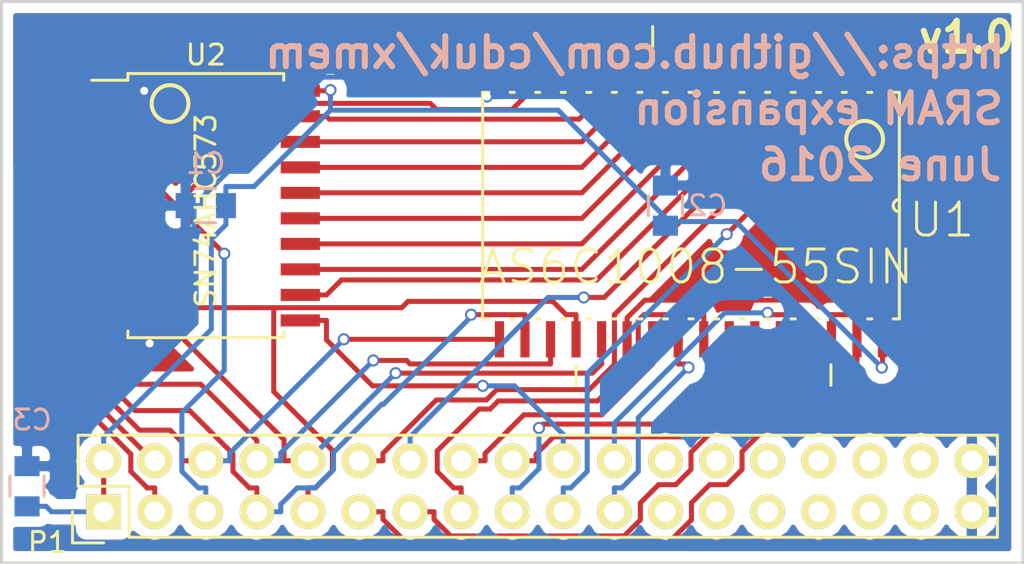
<source format=kicad_pcb>
(kicad_pcb (version 4) (host pcbnew 4.0.2+dfsg1-2~bpo8+1-stable)

  (general
    (links 51)
    (no_connects 0)
    (area 106.604999 93.904999 157.555001 121.995001)
    (thickness 1.6)
    (drawings 10)
    (tracks 330)
    (zones 0)
    (modules 6)
    (nets 44)
  )

  (page A4)
  (layers
    (0 F.Cu signal)
    (31 B.Cu signal)
    (32 B.Adhes user)
    (33 F.Adhes user)
    (34 B.Paste user)
    (35 F.Paste user)
    (36 B.SilkS user)
    (37 F.SilkS user)
    (38 B.Mask user)
    (39 F.Mask user)
    (40 Dwgs.User user)
    (41 Cmts.User user)
    (42 Eco1.User user)
    (43 Eco2.User user)
    (44 Edge.Cuts user)
    (45 Margin user)
    (46 B.CrtYd user)
    (47 F.CrtYd user)
    (48 B.Fab user)
    (49 F.Fab user)
  )

  (setup
    (last_trace_width 0.25)
    (trace_clearance 0.2)
    (zone_clearance 0.508)
    (zone_45_only no)
    (trace_min 0.2)
    (segment_width 0.2)
    (edge_width 0.15)
    (via_size 0.6)
    (via_drill 0.4)
    (via_min_size 0.4)
    (via_min_drill 0.3)
    (uvia_size 0.3)
    (uvia_drill 0.1)
    (uvias_allowed no)
    (uvia_min_size 0.2)
    (uvia_min_drill 0.1)
    (pcb_text_width 0.3)
    (pcb_text_size 1.5 1.5)
    (mod_edge_width 0.15)
    (mod_text_size 1 1)
    (mod_text_width 0.15)
    (pad_size 1.524 1.524)
    (pad_drill 0.762)
    (pad_to_mask_clearance 0.2)
    (aux_axis_origin 0 0)
    (visible_elements FFFFFF7F)
    (pcbplotparams
      (layerselection 0x00030_80000001)
      (usegerberextensions false)
      (excludeedgelayer true)
      (linewidth 0.100000)
      (plotframeref false)
      (viasonmask false)
      (mode 1)
      (useauxorigin false)
      (hpglpennumber 1)
      (hpglpenspeed 20)
      (hpglpendiameter 15)
      (hpglpenoverlay 2)
      (psnegative false)
      (psa4output false)
      (plotreference true)
      (plotvalue true)
      (plotinvisibletext false)
      (padsonsilk false)
      (subtractmaskfromsilk false)
      (outputformat 1)
      (mirror false)
      (drillshape 1)
      (scaleselection 1)
      (outputdirectory ""))
  )

  (net 0 "")
  (net 1 "Net-(U1-Pad1)")
  (net 2 GND)
  (net 3 VCC)
  (net 4 /A16)
  (net 5 /A14)
  (net 6 /A12)
  (net 7 /A7)
  (net 8 /A6)
  (net 9 /A5)
  (net 10 /A4)
  (net 11 /A3)
  (net 12 /A2)
  (net 13 /A1)
  (net 14 /A0)
  (net 15 /A10)
  (net 16 /A11)
  (net 17 /A9)
  (net 18 /A8)
  (net 19 /A13)
  (net 20 /A15)
  (net 21 /D0)
  (net 22 /D1)
  (net 23 /D2)
  (net 24 /D3)
  (net 25 /D4)
  (net 26 /D5)
  (net 27 /D6)
  (net 28 /D7)
  (net 29 "Net-(P1-Pad23)")
  (net 30 "Net-(P1-Pad24)")
  (net 31 "Net-(P1-Pad25)")
  (net 32 "Net-(P1-Pad26)")
  (net 33 "Net-(P1-Pad27)")
  (net 34 "Net-(P1-Pad28)")
  (net 35 "Net-(P1-Pad29)")
  (net 36 "Net-(P1-Pad30)")
  (net 37 "Net-(P1-Pad31)")
  (net 38 "Net-(P1-Pad32)")
  (net 39 "Net-(P1-Pad33)")
  (net 40 "Net-(P1-Pad34)")
  (net 41 /LE)
  (net 42 /~RD)
  (net 43 /~WR)

  (net_class Default "This is the default net class."
    (clearance 0.2)
    (trace_width 0.25)
    (via_dia 0.6)
    (via_drill 0.4)
    (uvia_dia 0.3)
    (uvia_drill 0.1)
    (add_net /A0)
    (add_net /A1)
    (add_net /A10)
    (add_net /A11)
    (add_net /A12)
    (add_net /A13)
    (add_net /A14)
    (add_net /A15)
    (add_net /A16)
    (add_net /A2)
    (add_net /A3)
    (add_net /A4)
    (add_net /A5)
    (add_net /A6)
    (add_net /A7)
    (add_net /A8)
    (add_net /A9)
    (add_net /D0)
    (add_net /D1)
    (add_net /D2)
    (add_net /D3)
    (add_net /D4)
    (add_net /D5)
    (add_net /D6)
    (add_net /D7)
    (add_net /LE)
    (add_net /~RD)
    (add_net /~WR)
    (add_net GND)
    (add_net "Net-(P1-Pad23)")
    (add_net "Net-(P1-Pad24)")
    (add_net "Net-(P1-Pad25)")
    (add_net "Net-(P1-Pad26)")
    (add_net "Net-(P1-Pad27)")
    (add_net "Net-(P1-Pad28)")
    (add_net "Net-(P1-Pad29)")
    (add_net "Net-(P1-Pad30)")
    (add_net "Net-(P1-Pad31)")
    (add_net "Net-(P1-Pad32)")
    (add_net "Net-(P1-Pad33)")
    (add_net "Net-(P1-Pad34)")
    (add_net "Net-(U1-Pad1)")
    (add_net VCC)
  )

  (module SOIC127P1407X299-32N (layer F.Cu) (tedit 57607DC8) (tstamp 575EF37A)
    (at 140.97 104.14 270)
    (path /575EF10A)
    (solder_mask_margin 0.1)
    (attr smd)
    (fp_text reference U1 (at 0.7112 -12.4714 360) (layer F.SilkS)
      (effects (font (size 1.64 1.64) (thickness 0.15)))
    )
    (fp_text value AS6C1008-55SIN (at 3.048 -0.254 360) (layer F.SilkS)
      (effects (font (size 1.64 1.64) (thickness 0.15)))
    )
    (fp_line (start -7.8994 1.905) (end -8.9154 1.905) (layer F.SilkS) (width 0.1524))
    (fp_line (start 8.9408 5.715) (end 7.9248 5.715) (layer F.SilkS) (width 0.1524))
    (fp_line (start 8.9408 -6.9596) (end 7.9248 -6.9596) (layer F.SilkS) (width 0.1524))
    (fp_line (start 5.6388 -10.0584) (end 5.6388 -10.3632) (layer F.SilkS) (width 0.1524))
    (fp_line (start 5.6388 -8.7884) (end 5.6388 -8.9916) (layer F.SilkS) (width 0.1524))
    (fp_line (start 5.6388 -7.5184) (end 5.6388 -7.7216) (layer F.SilkS) (width 0.1524))
    (fp_line (start 5.6388 -6.2484) (end 5.6388 -6.4516) (layer F.SilkS) (width 0.1524))
    (fp_line (start -5.6388 10.3632) (end 5.6388 10.3632) (layer F.SilkS) (width 0.1524))
    (fp_line (start 5.6388 10.3632) (end 5.6388 10.0584) (layer F.SilkS) (width 0.1524))
    (fp_line (start 5.6388 -10.3632) (end 0.3048 -10.3632) (layer F.SilkS) (width 0.1524))
    (fp_line (start 0.3048 -10.3632) (end -0.3048 -10.3632) (layer F.SilkS) (width 0.1524))
    (fp_line (start -0.3048 -10.3632) (end -5.6388 -10.3632) (layer F.SilkS) (width 0.1524))
    (fp_line (start -5.6388 -10.3632) (end -5.6388 -10.0584) (layer F.SilkS) (width 0.1524))
    (fp_line (start -5.6388 -8.9916) (end -5.6388 -8.7884) (layer F.SilkS) (width 0.1524))
    (fp_line (start -5.6388 -7.7216) (end -5.6388 -7.5184) (layer F.SilkS) (width 0.1524))
    (fp_line (start -5.6388 -6.4516) (end -5.6388 -6.2484) (layer F.SilkS) (width 0.1524))
    (fp_line (start -5.6388 -5.1816) (end -5.6388 -4.9784) (layer F.SilkS) (width 0.1524))
    (fp_line (start -5.6388 -3.9116) (end -5.6388 -3.7084) (layer F.SilkS) (width 0.1524))
    (fp_line (start -5.6388 -2.6416) (end -5.6388 -2.4384) (layer F.SilkS) (width 0.1524))
    (fp_line (start -5.6388 -1.3716) (end -5.6388 -1.1684) (layer F.SilkS) (width 0.1524))
    (fp_line (start -5.6388 -0.1016) (end -5.6388 0.1016) (layer F.SilkS) (width 0.1524))
    (fp_line (start -5.6388 1.1684) (end -5.6388 1.3716) (layer F.SilkS) (width 0.1524))
    (fp_line (start -5.6388 2.4384) (end -5.6388 2.6416) (layer F.SilkS) (width 0.1524))
    (fp_line (start -5.6388 3.7084) (end -5.6388 3.9116) (layer F.SilkS) (width 0.1524))
    (fp_line (start -5.6388 4.9784) (end -5.6388 5.1816) (layer F.SilkS) (width 0.1524))
    (fp_line (start -5.6388 6.2484) (end -5.6388 6.4516) (layer F.SilkS) (width 0.1524))
    (fp_line (start -5.6388 7.5184) (end -5.6388 7.7216) (layer F.SilkS) (width 0.1524))
    (fp_line (start -5.6388 8.7884) (end -5.6388 8.9916) (layer F.SilkS) (width 0.1524))
    (fp_line (start -5.6388 10.0584) (end -5.6388 10.3632) (layer F.SilkS) (width 0.1524))
    (fp_line (start 5.6388 8.9916) (end 5.6388 8.7884) (layer F.SilkS) (width 0.1524))
    (fp_line (start 5.6388 7.7216) (end 5.6388 7.5184) (layer F.SilkS) (width 0.1524))
    (fp_line (start 5.6388 6.4516) (end 5.6388 6.2484) (layer F.SilkS) (width 0.1524))
    (fp_line (start 5.6388 5.1816) (end 5.6388 4.9784) (layer F.SilkS) (width 0.1524))
    (fp_line (start 5.6388 3.9116) (end 5.6388 3.7084) (layer F.SilkS) (width 0.1524))
    (fp_line (start 5.6388 2.6416) (end 5.6388 2.4384) (layer F.SilkS) (width 0.1524))
    (fp_line (start 5.6388 1.3716) (end 5.6388 1.1684) (layer F.SilkS) (width 0.1524))
    (fp_line (start 5.6388 0.1016) (end 5.6388 -0.1016) (layer F.SilkS) (width 0.1524))
    (fp_line (start 5.6388 -1.1684) (end 5.6388 -1.3716) (layer F.SilkS) (width 0.1524))
    (fp_line (start 5.6388 -2.4384) (end 5.6388 -2.6416) (layer F.SilkS) (width 0.1524))
    (fp_line (start 5.6388 -3.7084) (end 5.6388 -3.9116) (layer F.SilkS) (width 0.1524))
    (fp_line (start 5.6388 -4.9784) (end 5.6388 -5.1816) (layer F.SilkS) (width 0.1524))
    (fp_arc (start 0 -10.3632) (end -0.3048 -10.3632) (angle -180) (layer F.SilkS) (width 0.1524))
    (fp_line (start -5.6388 -9.3218) (end -5.6388 -9.7282) (layer Dwgs.User) (width 0))
    (fp_line (start -5.6388 -9.7282) (end -7.2136 -9.7282) (layer Dwgs.User) (width 0))
    (fp_line (start -7.2136 -9.7282) (end -7.2136 -9.3218) (layer Dwgs.User) (width 0))
    (fp_line (start -7.2136 -9.3218) (end -5.6388 -9.3218) (layer Dwgs.User) (width 0))
    (fp_line (start -5.6388 -8.0518) (end -5.6388 -8.4582) (layer Dwgs.User) (width 0))
    (fp_line (start -5.6388 -8.4582) (end -7.2136 -8.4582) (layer Dwgs.User) (width 0))
    (fp_line (start -7.2136 -8.4582) (end -7.2136 -8.0518) (layer Dwgs.User) (width 0))
    (fp_line (start -7.2136 -8.0518) (end -5.6388 -8.0518) (layer Dwgs.User) (width 0))
    (fp_line (start -5.6388 -6.7818) (end -5.6388 -7.1882) (layer Dwgs.User) (width 0))
    (fp_line (start -5.6388 -7.1882) (end -7.2136 -7.1882) (layer Dwgs.User) (width 0))
    (fp_line (start -7.2136 -7.1882) (end -7.2136 -6.7818) (layer Dwgs.User) (width 0))
    (fp_line (start -7.2136 -6.7818) (end -5.6388 -6.7818) (layer Dwgs.User) (width 0))
    (fp_line (start -5.6388 -5.5118) (end -5.6388 -5.9182) (layer Dwgs.User) (width 0))
    (fp_line (start -5.6388 -5.9182) (end -7.2136 -5.9182) (layer Dwgs.User) (width 0))
    (fp_line (start -7.2136 -5.9182) (end -7.2136 -5.5118) (layer Dwgs.User) (width 0))
    (fp_line (start -7.2136 -5.5118) (end -5.6388 -5.5118) (layer Dwgs.User) (width 0))
    (fp_line (start -5.6388 -4.2418) (end -5.6388 -4.6482) (layer Dwgs.User) (width 0))
    (fp_line (start -5.6388 -4.6482) (end -7.2136 -4.6482) (layer Dwgs.User) (width 0))
    (fp_line (start -7.2136 -4.6482) (end -7.2136 -4.2418) (layer Dwgs.User) (width 0))
    (fp_line (start -7.2136 -4.2418) (end -5.6388 -4.2418) (layer Dwgs.User) (width 0))
    (fp_line (start -5.6388 -2.9718) (end -5.6388 -3.3782) (layer Dwgs.User) (width 0))
    (fp_line (start -5.6388 -3.3782) (end -7.2136 -3.3782) (layer Dwgs.User) (width 0))
    (fp_line (start -7.2136 -3.3782) (end -7.2136 -2.9718) (layer Dwgs.User) (width 0))
    (fp_line (start -7.2136 -2.9718) (end -5.6388 -2.9718) (layer Dwgs.User) (width 0))
    (fp_line (start -5.6388 -1.7018) (end -5.6388 -2.1082) (layer Dwgs.User) (width 0))
    (fp_line (start -5.6388 -2.1082) (end -7.2136 -2.1082) (layer Dwgs.User) (width 0))
    (fp_line (start -7.2136 -2.1082) (end -7.2136 -1.7018) (layer Dwgs.User) (width 0))
    (fp_line (start -7.2136 -1.7018) (end -5.6388 -1.7018) (layer Dwgs.User) (width 0))
    (fp_line (start -5.6388 -0.4318) (end -5.6388 -0.8382) (layer Dwgs.User) (width 0))
    (fp_line (start -5.6388 -0.8382) (end -7.2136 -0.8382) (layer Dwgs.User) (width 0))
    (fp_line (start -7.2136 -0.8382) (end -7.2136 -0.4318) (layer Dwgs.User) (width 0))
    (fp_line (start -7.2136 -0.4318) (end -5.6388 -0.4318) (layer Dwgs.User) (width 0))
    (fp_line (start -5.6388 0.8382) (end -5.6388 0.4318) (layer Dwgs.User) (width 0))
    (fp_line (start -5.6388 0.4318) (end -7.2136 0.4318) (layer Dwgs.User) (width 0))
    (fp_line (start -7.2136 0.4318) (end -7.2136 0.8382) (layer Dwgs.User) (width 0))
    (fp_line (start -7.2136 0.8382) (end -5.6388 0.8382) (layer Dwgs.User) (width 0))
    (fp_line (start -5.6388 2.1082) (end -5.6388 1.7018) (layer Dwgs.User) (width 0))
    (fp_line (start -5.6388 1.7018) (end -7.2136 1.7018) (layer Dwgs.User) (width 0))
    (fp_line (start -7.2136 1.7018) (end -7.2136 2.1082) (layer Dwgs.User) (width 0))
    (fp_line (start -7.2136 2.1082) (end -5.6388 2.1082) (layer Dwgs.User) (width 0))
    (fp_line (start -5.6388 3.3782) (end -5.6388 2.9718) (layer Dwgs.User) (width 0))
    (fp_line (start -5.6388 2.9718) (end -7.2136 2.9718) (layer Dwgs.User) (width 0))
    (fp_line (start -7.2136 2.9718) (end -7.2136 3.3782) (layer Dwgs.User) (width 0))
    (fp_line (start -7.2136 3.3782) (end -5.6388 3.3782) (layer Dwgs.User) (width 0))
    (fp_line (start -5.6388 4.6482) (end -5.6388 4.2418) (layer Dwgs.User) (width 0))
    (fp_line (start -5.6388 4.2418) (end -7.2136 4.2418) (layer Dwgs.User) (width 0))
    (fp_line (start -7.2136 4.2418) (end -7.2136 4.6482) (layer Dwgs.User) (width 0))
    (fp_line (start -7.2136 4.6482) (end -5.6388 4.6482) (layer Dwgs.User) (width 0))
    (fp_line (start -5.6388 5.9182) (end -5.6388 5.5118) (layer Dwgs.User) (width 0))
    (fp_line (start -5.6388 5.5118) (end -7.2136 5.5118) (layer Dwgs.User) (width 0))
    (fp_line (start -7.2136 5.5118) (end -7.2136 5.9182) (layer Dwgs.User) (width 0))
    (fp_line (start -7.2136 5.9182) (end -5.6388 5.9182) (layer Dwgs.User) (width 0))
    (fp_line (start -5.6388 7.1882) (end -5.6388 6.7818) (layer Dwgs.User) (width 0))
    (fp_line (start -5.6388 6.7818) (end -7.2136 6.7818) (layer Dwgs.User) (width 0))
    (fp_line (start -7.2136 6.7818) (end -7.2136 7.1882) (layer Dwgs.User) (width 0))
    (fp_line (start -7.2136 7.1882) (end -5.6388 7.1882) (layer Dwgs.User) (width 0))
    (fp_line (start -5.6388 8.4582) (end -5.6388 8.0518) (layer Dwgs.User) (width 0))
    (fp_line (start -5.6388 8.0518) (end -7.2136 8.0518) (layer Dwgs.User) (width 0))
    (fp_line (start -7.2136 8.0518) (end -7.2136 8.4582) (layer Dwgs.User) (width 0))
    (fp_line (start -7.2136 8.4582) (end -5.6388 8.4582) (layer Dwgs.User) (width 0))
    (fp_line (start -5.6388 9.7282) (end -5.6388 9.3218) (layer Dwgs.User) (width 0))
    (fp_line (start -5.6388 9.3218) (end -7.2136 9.3218) (layer Dwgs.User) (width 0))
    (fp_line (start -7.2136 9.3218) (end -7.2136 9.7282) (layer Dwgs.User) (width 0))
    (fp_line (start -7.2136 9.7282) (end -5.6388 9.7282) (layer Dwgs.User) (width 0))
    (fp_line (start 5.6388 9.3218) (end 5.6388 9.7282) (layer Dwgs.User) (width 0))
    (fp_line (start 5.6388 9.7282) (end 7.2136 9.7282) (layer Dwgs.User) (width 0))
    (fp_line (start 7.2136 9.7282) (end 7.2136 9.3218) (layer Dwgs.User) (width 0))
    (fp_line (start 7.2136 9.3218) (end 5.6388 9.3218) (layer Dwgs.User) (width 0))
    (fp_line (start 5.6388 8.0518) (end 5.6388 8.4582) (layer Dwgs.User) (width 0))
    (fp_line (start 5.6388 8.4582) (end 7.2136 8.4582) (layer Dwgs.User) (width 0))
    (fp_line (start 7.2136 8.4582) (end 7.2136 8.0518) (layer Dwgs.User) (width 0))
    (fp_line (start 7.2136 8.0518) (end 5.6388 8.0518) (layer Dwgs.User) (width 0))
    (fp_line (start 5.6388 6.7818) (end 5.6388 7.1882) (layer Dwgs.User) (width 0))
    (fp_line (start 5.6388 7.1882) (end 7.2136 7.1882) (layer Dwgs.User) (width 0))
    (fp_line (start 7.2136 7.1882) (end 7.2136 6.7818) (layer Dwgs.User) (width 0))
    (fp_line (start 7.2136 6.7818) (end 5.6388 6.7818) (layer Dwgs.User) (width 0))
    (fp_line (start 5.6388 5.5118) (end 5.6388 5.9182) (layer Dwgs.User) (width 0))
    (fp_line (start 5.6388 5.9182) (end 7.2136 5.9182) (layer Dwgs.User) (width 0))
    (fp_line (start 7.2136 5.9182) (end 7.2136 5.5118) (layer Dwgs.User) (width 0))
    (fp_line (start 7.2136 5.5118) (end 5.6388 5.5118) (layer Dwgs.User) (width 0))
    (fp_line (start 5.6388 4.2418) (end 5.6388 4.6482) (layer Dwgs.User) (width 0))
    (fp_line (start 5.6388 4.6482) (end 7.2136 4.6482) (layer Dwgs.User) (width 0))
    (fp_line (start 7.2136 4.6482) (end 7.2136 4.2418) (layer Dwgs.User) (width 0))
    (fp_line (start 7.2136 4.2418) (end 5.6388 4.2418) (layer Dwgs.User) (width 0))
    (fp_line (start 5.6388 2.9718) (end 5.6388 3.3782) (layer Dwgs.User) (width 0))
    (fp_line (start 5.6388 3.3782) (end 7.2136 3.3782) (layer Dwgs.User) (width 0))
    (fp_line (start 7.2136 3.3782) (end 7.2136 2.9718) (layer Dwgs.User) (width 0))
    (fp_line (start 7.2136 2.9718) (end 5.6388 2.9718) (layer Dwgs.User) (width 0))
    (fp_line (start 5.6388 1.7018) (end 5.6388 2.1082) (layer Dwgs.User) (width 0))
    (fp_line (start 5.6388 2.1082) (end 7.2136 2.1082) (layer Dwgs.User) (width 0))
    (fp_line (start 7.2136 2.1082) (end 7.2136 1.7018) (layer Dwgs.User) (width 0))
    (fp_line (start 7.2136 1.7018) (end 5.6388 1.7018) (layer Dwgs.User) (width 0))
    (fp_line (start 5.6388 0.4318) (end 5.6388 0.8382) (layer Dwgs.User) (width 0))
    (fp_line (start 5.6388 0.8382) (end 7.2136 0.8382) (layer Dwgs.User) (width 0))
    (fp_line (start 7.2136 0.8382) (end 7.2136 0.4318) (layer Dwgs.User) (width 0))
    (fp_line (start 7.2136 0.4318) (end 5.6388 0.4318) (layer Dwgs.User) (width 0))
    (fp_line (start 5.6388 -0.8382) (end 5.6388 -0.4318) (layer Dwgs.User) (width 0))
    (fp_line (start 5.6388 -0.4318) (end 7.2136 -0.4318) (layer Dwgs.User) (width 0))
    (fp_line (start 7.2136 -0.4318) (end 7.2136 -0.8382) (layer Dwgs.User) (width 0))
    (fp_line (start 7.2136 -0.8382) (end 5.6388 -0.8382) (layer Dwgs.User) (width 0))
    (fp_line (start 5.6388 -2.1082) (end 5.6388 -1.7018) (layer Dwgs.User) (width 0))
    (fp_line (start 5.6388 -1.7018) (end 7.2136 -1.7018) (layer Dwgs.User) (width 0))
    (fp_line (start 7.2136 -1.7018) (end 7.2136 -2.1082) (layer Dwgs.User) (width 0))
    (fp_line (start 7.2136 -2.1082) (end 5.6388 -2.1082) (layer Dwgs.User) (width 0))
    (fp_line (start 5.6388 -3.3782) (end 5.6388 -2.9718) (layer Dwgs.User) (width 0))
    (fp_line (start 5.6388 -2.9718) (end 7.2136 -2.9718) (layer Dwgs.User) (width 0))
    (fp_line (start 7.2136 -2.9718) (end 7.2136 -3.3782) (layer Dwgs.User) (width 0))
    (fp_line (start 7.2136 -3.3782) (end 5.6388 -3.3782) (layer Dwgs.User) (width 0))
    (fp_line (start 5.6388 -4.6482) (end 5.6388 -4.2418) (layer Dwgs.User) (width 0))
    (fp_line (start 5.6388 -4.2418) (end 7.2136 -4.2418) (layer Dwgs.User) (width 0))
    (fp_line (start 7.2136 -4.2418) (end 7.2136 -4.6482) (layer Dwgs.User) (width 0))
    (fp_line (start 7.2136 -4.6482) (end 5.6388 -4.6482) (layer Dwgs.User) (width 0))
    (fp_line (start 5.6388 -5.9182) (end 5.6388 -5.5118) (layer Dwgs.User) (width 0))
    (fp_line (start 5.6388 -5.5118) (end 7.2136 -5.5118) (layer Dwgs.User) (width 0))
    (fp_line (start 7.2136 -5.5118) (end 7.2136 -5.9182) (layer Dwgs.User) (width 0))
    (fp_line (start 7.2136 -5.9182) (end 5.6388 -5.9182) (layer Dwgs.User) (width 0))
    (fp_line (start 5.6388 -7.1882) (end 5.6388 -6.7818) (layer Dwgs.User) (width 0))
    (fp_line (start 5.6388 -6.7818) (end 7.2136 -6.7818) (layer Dwgs.User) (width 0))
    (fp_line (start 7.2136 -6.7818) (end 7.2136 -7.1882) (layer Dwgs.User) (width 0))
    (fp_line (start 7.2136 -7.1882) (end 5.6388 -7.1882) (layer Dwgs.User) (width 0))
    (fp_line (start 5.6388 -8.4582) (end 5.6388 -8.0518) (layer Dwgs.User) (width 0))
    (fp_line (start 5.6388 -8.0518) (end 7.2136 -8.0518) (layer Dwgs.User) (width 0))
    (fp_line (start 7.2136 -8.0518) (end 7.2136 -8.4582) (layer Dwgs.User) (width 0))
    (fp_line (start 7.2136 -8.4582) (end 5.6388 -8.4582) (layer Dwgs.User) (width 0))
    (fp_line (start 5.6388 -9.7282) (end 5.6388 -9.3218) (layer Dwgs.User) (width 0))
    (fp_line (start 5.6388 -9.3218) (end 7.2136 -9.3218) (layer Dwgs.User) (width 0))
    (fp_line (start 7.2136 -9.3218) (end 7.2136 -9.7282) (layer Dwgs.User) (width 0))
    (fp_line (start 7.2136 -9.7282) (end 5.6388 -9.7282) (layer Dwgs.User) (width 0))
    (fp_line (start -5.6388 10.3632) (end 5.6388 10.3632) (layer Dwgs.User) (width 0))
    (fp_line (start 5.6388 10.3632) (end 5.6388 -10.3632) (layer Dwgs.User) (width 0))
    (fp_line (start 5.6388 -10.3632) (end 0.3048 -10.3632) (layer Dwgs.User) (width 0))
    (fp_line (start 0.3048 -10.3632) (end -0.3048 -10.3632) (layer Dwgs.User) (width 0))
    (fp_line (start -0.3048 -10.3632) (end -5.6388 -10.3632) (layer Dwgs.User) (width 0))
    (fp_line (start -5.6388 -10.3632) (end -5.6388 10.3632) (layer Dwgs.User) (width 0))
    (fp_arc (start 0 -10.3632) (end -0.3048 -10.3632) (angle -180) (layer Dwgs.User) (width 0))
    (pad 1 smd rect (at -6.6548 -9.525 270) (size 1.8034 0.4572) (layers F.Cu F.Paste F.Mask)
      (net 1 "Net-(U1-Pad1)") (solder_mask_margin 0.2))
    (pad 2 smd rect (at -6.6548 -8.255 270) (size 1.8034 0.4572) (layers F.Cu F.Paste F.Mask)
      (net 4 /A16) (solder_mask_margin 0.2))
    (pad 3 smd rect (at -6.6548 -6.985 270) (size 1.8034 0.4572) (layers F.Cu F.Paste F.Mask)
      (net 5 /A14) (solder_mask_margin 0.2))
    (pad 4 smd rect (at -6.6548 -5.715 270) (size 1.8034 0.4572) (layers F.Cu F.Paste F.Mask)
      (net 6 /A12) (solder_mask_margin 0.2))
    (pad 5 smd rect (at -6.6548 -4.445 270) (size 1.8034 0.4572) (layers F.Cu F.Paste F.Mask)
      (net 7 /A7) (solder_mask_margin 0.2))
    (pad 6 smd rect (at -6.6548 -3.175 270) (size 1.8034 0.4572) (layers F.Cu F.Paste F.Mask)
      (net 8 /A6) (solder_mask_margin 0.2))
    (pad 7 smd rect (at -6.6548 -1.905 270) (size 1.8034 0.4572) (layers F.Cu F.Paste F.Mask)
      (net 9 /A5) (solder_mask_margin 0.2))
    (pad 8 smd rect (at -6.6548 -0.635 270) (size 1.8034 0.4572) (layers F.Cu F.Paste F.Mask)
      (net 10 /A4) (solder_mask_margin 0.2))
    (pad 9 smd rect (at -6.6548 0.635 270) (size 1.8034 0.4572) (layers F.Cu F.Paste F.Mask)
      (net 11 /A3) (solder_mask_margin 0.2))
    (pad 10 smd rect (at -6.6548 1.905 270) (size 1.8034 0.4572) (layers F.Cu F.Paste F.Mask)
      (net 12 /A2) (solder_mask_margin 0.2))
    (pad 11 smd rect (at -6.6548 3.175 270) (size 1.8034 0.4572) (layers F.Cu F.Paste F.Mask)
      (net 13 /A1) (solder_mask_margin 0.2))
    (pad 12 smd rect (at -6.6548 4.445 270) (size 1.8034 0.4572) (layers F.Cu F.Paste F.Mask)
      (net 14 /A0) (solder_mask_margin 0.2))
    (pad 13 smd rect (at -6.6548 5.715 270) (size 1.8034 0.4572) (layers F.Cu F.Paste F.Mask)
      (net 21 /D0) (solder_mask_margin 0.2))
    (pad 14 smd rect (at -6.6548 6.985 270) (size 1.8034 0.4572) (layers F.Cu F.Paste F.Mask)
      (net 22 /D1) (solder_mask_margin 0.2))
    (pad 15 smd rect (at -6.6548 8.255 270) (size 1.8034 0.4572) (layers F.Cu F.Paste F.Mask)
      (net 23 /D2) (solder_mask_margin 0.2))
    (pad 16 smd rect (at -6.6548 9.525 270) (size 1.8034 0.4572) (layers F.Cu F.Paste F.Mask)
      (net 2 GND) (solder_mask_margin 0.2))
    (pad 17 smd rect (at 6.6548 9.525 270) (size 1.8034 0.4572) (layers F.Cu F.Paste F.Mask)
      (net 24 /D3) (solder_mask_margin 0.2))
    (pad 18 smd rect (at 6.6548 8.255 270) (size 1.8034 0.4572) (layers F.Cu F.Paste F.Mask)
      (net 25 /D4) (solder_mask_margin 0.2))
    (pad 19 smd rect (at 6.6548 6.985 270) (size 1.8034 0.4572) (layers F.Cu F.Paste F.Mask)
      (net 26 /D5) (solder_mask_margin 0.2))
    (pad 20 smd rect (at 6.6548 5.715 270) (size 1.8034 0.4572) (layers F.Cu F.Paste F.Mask)
      (net 27 /D6) (solder_mask_margin 0.2))
    (pad 21 smd rect (at 6.6548 4.445 270) (size 1.8034 0.4572) (layers F.Cu F.Paste F.Mask)
      (net 28 /D7) (solder_mask_margin 0.2))
    (pad 22 smd rect (at 6.6548 3.175 270) (size 1.8034 0.4572) (layers F.Cu F.Paste F.Mask)
      (net 2 GND) (solder_mask_margin 0.2))
    (pad 23 smd rect (at 6.6548 1.905 270) (size 1.8034 0.4572) (layers F.Cu F.Paste F.Mask)
      (net 15 /A10) (solder_mask_margin 0.2))
    (pad 24 smd rect (at 6.6548 0.635 270) (size 1.8034 0.4572) (layers F.Cu F.Paste F.Mask)
      (net 42 /~RD) (solder_mask_margin 0.2))
    (pad 25 smd rect (at 6.6548 -0.635 270) (size 1.8034 0.4572) (layers F.Cu F.Paste F.Mask)
      (net 16 /A11) (solder_mask_margin 0.2))
    (pad 26 smd rect (at 6.6548 -1.905 270) (size 1.8034 0.4572) (layers F.Cu F.Paste F.Mask)
      (net 17 /A9) (solder_mask_margin 0.2))
    (pad 27 smd rect (at 6.6548 -3.175 270) (size 1.8034 0.4572) (layers F.Cu F.Paste F.Mask)
      (net 18 /A8) (solder_mask_margin 0.2))
    (pad 28 smd rect (at 6.6548 -4.445 270) (size 1.8034 0.4572) (layers F.Cu F.Paste F.Mask)
      (net 19 /A13) (solder_mask_margin 0.2))
    (pad 29 smd rect (at 6.6548 -5.715 270) (size 1.8034 0.4572) (layers F.Cu F.Paste F.Mask)
      (net 43 /~WR) (solder_mask_margin 0.2))
    (pad 30 smd rect (at 6.6548 -6.985 270) (size 1.8034 0.4572) (layers F.Cu F.Paste F.Mask)
      (net 3 VCC) (solder_mask_margin 0.2))
    (pad 31 smd rect (at 6.6548 -8.255 270) (size 1.8034 0.4572) (layers F.Cu F.Paste F.Mask)
      (net 20 /A15) (solder_mask_margin 0.2))
    (pad 32 smd rect (at 6.6548 -9.525 270) (size 1.8034 0.4572) (layers F.Cu F.Paste F.Mask)
      (net 3 VCC) (solder_mask_margin 0.2))
  )

  (module Housings_SOIC:SOIC-20_7.5x12.8mm_Pitch1.27mm (layer F.Cu) (tedit 57607DE7) (tstamp 5760A49F)
    (at 116.84 104.14)
    (descr "20-Lead Plastic Small Outline (SO) - Wide, 7.50 mm Body [SOIC] (see Microchip Packaging Specification 00000049BS.pdf)")
    (tags "SOIC 1.27")
    (path /575EF3CA)
    (attr smd)
    (fp_text reference U2 (at 0 -7.5) (layer F.SilkS)
      (effects (font (size 1 1) (thickness 0.15)))
    )
    (fp_text value SN74AHC573 (at 0 0.254 90) (layer F.SilkS)
      (effects (font (size 1 1) (thickness 0.15)))
    )
    (fp_line (start -5.95 -6.75) (end -5.95 6.75) (layer F.CrtYd) (width 0.05))
    (fp_line (start 5.95 -6.75) (end 5.95 6.75) (layer F.CrtYd) (width 0.05))
    (fp_line (start -5.95 -6.75) (end 5.95 -6.75) (layer F.CrtYd) (width 0.05))
    (fp_line (start -5.95 6.75) (end 5.95 6.75) (layer F.CrtYd) (width 0.05))
    (fp_line (start -3.875 -6.575) (end -3.875 -6.24) (layer F.SilkS) (width 0.15))
    (fp_line (start 3.875 -6.575) (end 3.875 -6.24) (layer F.SilkS) (width 0.15))
    (fp_line (start 3.875 6.575) (end 3.875 6.24) (layer F.SilkS) (width 0.15))
    (fp_line (start -3.875 6.575) (end -3.875 6.24) (layer F.SilkS) (width 0.15))
    (fp_line (start -3.875 -6.575) (end 3.875 -6.575) (layer F.SilkS) (width 0.15))
    (fp_line (start -3.875 6.575) (end 3.875 6.575) (layer F.SilkS) (width 0.15))
    (fp_line (start -3.875 -6.24) (end -5.675 -6.24) (layer F.SilkS) (width 0.15))
    (pad 1 smd rect (at -4.7 -5.715) (size 1.95 0.6) (layers F.Cu F.Paste F.Mask)
      (net 2 GND))
    (pad 2 smd rect (at -4.7 -4.445) (size 1.95 0.6) (layers F.Cu F.Paste F.Mask)
      (net 21 /D0))
    (pad 3 smd rect (at -4.7 -3.175) (size 1.95 0.6) (layers F.Cu F.Paste F.Mask)
      (net 22 /D1))
    (pad 4 smd rect (at -4.7 -1.905) (size 1.95 0.6) (layers F.Cu F.Paste F.Mask)
      (net 23 /D2))
    (pad 5 smd rect (at -4.7 -0.635) (size 1.95 0.6) (layers F.Cu F.Paste F.Mask)
      (net 24 /D3))
    (pad 6 smd rect (at -4.7 0.635) (size 1.95 0.6) (layers F.Cu F.Paste F.Mask)
      (net 25 /D4))
    (pad 7 smd rect (at -4.7 1.905) (size 1.95 0.6) (layers F.Cu F.Paste F.Mask)
      (net 26 /D5))
    (pad 8 smd rect (at -4.7 3.175) (size 1.95 0.6) (layers F.Cu F.Paste F.Mask)
      (net 27 /D6))
    (pad 9 smd rect (at -4.7 4.445) (size 1.95 0.6) (layers F.Cu F.Paste F.Mask)
      (net 28 /D7))
    (pad 10 smd rect (at -4.7 5.715) (size 1.95 0.6) (layers F.Cu F.Paste F.Mask)
      (net 2 GND))
    (pad 11 smd rect (at 4.7 5.715) (size 1.95 0.6) (layers F.Cu F.Paste F.Mask)
      (net 41 /LE))
    (pad 12 smd rect (at 4.7 4.445) (size 1.95 0.6) (layers F.Cu F.Paste F.Mask)
      (net 7 /A7))
    (pad 13 smd rect (at 4.7 3.175) (size 1.95 0.6) (layers F.Cu F.Paste F.Mask)
      (net 8 /A6))
    (pad 14 smd rect (at 4.7 1.905) (size 1.95 0.6) (layers F.Cu F.Paste F.Mask)
      (net 9 /A5))
    (pad 15 smd rect (at 4.7 0.635) (size 1.95 0.6) (layers F.Cu F.Paste F.Mask)
      (net 10 /A4))
    (pad 16 smd rect (at 4.7 -0.635) (size 1.95 0.6) (layers F.Cu F.Paste F.Mask)
      (net 11 /A3))
    (pad 17 smd rect (at 4.7 -1.905) (size 1.95 0.6) (layers F.Cu F.Paste F.Mask)
      (net 12 /A2))
    (pad 18 smd rect (at 4.7 -3.175) (size 1.95 0.6) (layers F.Cu F.Paste F.Mask)
      (net 13 /A1))
    (pad 19 smd rect (at 4.7 -4.445) (size 1.95 0.6) (layers F.Cu F.Paste F.Mask)
      (net 14 /A0))
    (pad 20 smd rect (at 4.7 -5.715) (size 1.95 0.6) (layers F.Cu F.Paste F.Mask)
      (net 3 VCC))
    (model Housings_SOIC.3dshapes/SOIC-20_7.5x12.8mm_Pitch1.27mm.wrl
      (at (xyz 0 0 0))
      (scale (xyz 1 1 1))
      (rotate (xyz 0 0 0))
    )
  )

  (module Capacitors_SMD:C_0805 (layer B.Cu) (tedit 5415D6EA) (tstamp 5760C1EC)
    (at 116.84 104.14 180)
    (descr "Capacitor SMD 0805, reflow soldering, AVX (see smccp.pdf)")
    (tags "capacitor 0805")
    (path /575EFCCE)
    (attr smd)
    (fp_text reference C1 (at 0 2.1 180) (layer B.SilkS)
      (effects (font (size 1 1) (thickness 0.15)) (justify mirror))
    )
    (fp_text value C (at 0 -2.1 180) (layer B.Fab)
      (effects (font (size 1 1) (thickness 0.15)) (justify mirror))
    )
    (fp_line (start -1.8 1) (end 1.8 1) (layer B.CrtYd) (width 0.05))
    (fp_line (start -1.8 -1) (end 1.8 -1) (layer B.CrtYd) (width 0.05))
    (fp_line (start -1.8 1) (end -1.8 -1) (layer B.CrtYd) (width 0.05))
    (fp_line (start 1.8 1) (end 1.8 -1) (layer B.CrtYd) (width 0.05))
    (fp_line (start 0.5 0.85) (end -0.5 0.85) (layer B.SilkS) (width 0.15))
    (fp_line (start -0.5 -0.85) (end 0.5 -0.85) (layer B.SilkS) (width 0.15))
    (pad 1 smd rect (at -1 0 180) (size 1 1.25) (layers B.Cu B.Paste B.Mask)
      (net 3 VCC))
    (pad 2 smd rect (at 1 0 180) (size 1 1.25) (layers B.Cu B.Paste B.Mask)
      (net 2 GND))
    (model Capacitors_SMD.3dshapes/C_0805.wrl
      (at (xyz 0 0 0))
      (scale (xyz 1 1 1))
      (rotate (xyz 0 0 0))
    )
  )

  (module Capacitors_SMD:C_0805 (layer B.Cu) (tedit 57607D6D) (tstamp 5760C1F8)
    (at 139.7 104.14 90)
    (descr "Capacitor SMD 0805, reflow soldering, AVX (see smccp.pdf)")
    (tags "capacitor 0805")
    (path /575EFD13)
    (attr smd)
    (fp_text reference C2 (at 0 2.1 180) (layer B.SilkS)
      (effects (font (size 1 1) (thickness 0.15)) (justify mirror))
    )
    (fp_text value C (at 0 -2.1 90) (layer B.Fab)
      (effects (font (size 1 1) (thickness 0.15)) (justify mirror))
    )
    (fp_line (start -1.8 1) (end 1.8 1) (layer B.CrtYd) (width 0.05))
    (fp_line (start -1.8 -1) (end 1.8 -1) (layer B.CrtYd) (width 0.05))
    (fp_line (start -1.8 1) (end -1.8 -1) (layer B.CrtYd) (width 0.05))
    (fp_line (start 1.8 1) (end 1.8 -1) (layer B.CrtYd) (width 0.05))
    (fp_line (start 0.5 0.85) (end -0.5 0.85) (layer B.SilkS) (width 0.15))
    (fp_line (start -0.5 -0.85) (end 0.5 -0.85) (layer B.SilkS) (width 0.15))
    (pad 1 smd rect (at -1 0 90) (size 1 1.25) (layers B.Cu B.Paste B.Mask)
      (net 3 VCC))
    (pad 2 smd rect (at 1 0 90) (size 1 1.25) (layers B.Cu B.Paste B.Mask)
      (net 2 GND))
    (model Capacitors_SMD.3dshapes/C_0805.wrl
      (at (xyz 0 0 0))
      (scale (xyz 1 1 1))
      (rotate (xyz 0 0 0))
    )
  )

  (module Capacitors_SMD:C_0805 (layer B.Cu) (tedit 57607D75) (tstamp 5760C204)
    (at 107.95 118.11 90)
    (descr "Capacitor SMD 0805, reflow soldering, AVX (see smccp.pdf)")
    (tags "capacitor 0805")
    (path /575EFD62)
    (attr smd)
    (fp_text reference C3 (at 3.302 0.254 180) (layer B.SilkS)
      (effects (font (size 1 1) (thickness 0.15)) (justify mirror))
    )
    (fp_text value C (at -2.54 0.254 90) (layer B.Fab)
      (effects (font (size 1 1) (thickness 0.15)) (justify mirror))
    )
    (fp_line (start -1.8 1) (end 1.8 1) (layer B.CrtYd) (width 0.05))
    (fp_line (start -1.8 -1) (end 1.8 -1) (layer B.CrtYd) (width 0.05))
    (fp_line (start -1.8 1) (end -1.8 -1) (layer B.CrtYd) (width 0.05))
    (fp_line (start 1.8 1) (end 1.8 -1) (layer B.CrtYd) (width 0.05))
    (fp_line (start 0.5 0.85) (end -0.5 0.85) (layer B.SilkS) (width 0.15))
    (fp_line (start -0.5 -0.85) (end 0.5 -0.85) (layer B.SilkS) (width 0.15))
    (pad 1 smd rect (at -1 0 90) (size 1 1.25) (layers B.Cu B.Paste B.Mask)
      (net 3 VCC))
    (pad 2 smd rect (at 1 0 90) (size 1 1.25) (layers B.Cu B.Paste B.Mask)
      (net 2 GND))
    (model Capacitors_SMD.3dshapes/C_0805.wrl
      (at (xyz 0 0 0))
      (scale (xyz 1 1 1))
      (rotate (xyz 0 0 0))
    )
  )

  (module Pin_Headers:Pin_Header_Straight_2x18 (layer F.Cu) (tedit 57607BCB) (tstamp 576145C0)
    (at 111.76 119.38 90)
    (descr "Through hole pin header")
    (tags "pin header")
    (path /575F02A5)
    (fp_text reference P1 (at -1.524 -2.794 180) (layer F.SilkS)
      (effects (font (size 1 1) (thickness 0.15)))
    )
    (fp_text value CONN_02X18 (at 0 -3.1 90) (layer F.Fab) hide
      (effects (font (size 1 1) (thickness 0.15)))
    )
    (fp_line (start -1.75 -1.75) (end -1.75 44.95) (layer F.CrtYd) (width 0.05))
    (fp_line (start 4.3 -1.75) (end 4.3 44.95) (layer F.CrtYd) (width 0.05))
    (fp_line (start -1.75 -1.75) (end 4.3 -1.75) (layer F.CrtYd) (width 0.05))
    (fp_line (start -1.75 44.95) (end 4.3 44.95) (layer F.CrtYd) (width 0.05))
    (fp_line (start 3.81 -1.27) (end 3.81 44.45) (layer F.SilkS) (width 0.15))
    (fp_line (start -1.27 44.45) (end -1.27 1.27) (layer F.SilkS) (width 0.15))
    (fp_line (start 3.81 44.45) (end -1.27 44.45) (layer F.SilkS) (width 0.15))
    (fp_line (start 3.81 -1.27) (end 1.27 -1.27) (layer F.SilkS) (width 0.15))
    (fp_line (start 0 -1.55) (end -1.55 -1.55) (layer F.SilkS) (width 0.15))
    (fp_line (start 1.27 -1.27) (end 1.27 1.27) (layer F.SilkS) (width 0.15))
    (fp_line (start 1.27 1.27) (end -1.27 1.27) (layer F.SilkS) (width 0.15))
    (fp_line (start -1.55 -1.55) (end -1.55 0) (layer F.SilkS) (width 0.15))
    (pad 1 thru_hole rect (at 0 0 90) (size 1.7272 1.7272) (drill 1.016) (layers *.Cu *.Mask F.SilkS)
      (net 3 VCC))
    (pad 2 thru_hole oval (at 2.54 0 90) (size 1.7272 1.7272) (drill 1.016) (layers *.Cu *.Mask F.SilkS)
      (net 3 VCC))
    (pad 3 thru_hole oval (at 0 2.54 90) (size 1.7272 1.7272) (drill 1.016) (layers *.Cu *.Mask F.SilkS)
      (net 21 /D0))
    (pad 4 thru_hole oval (at 2.54 2.54 90) (size 1.7272 1.7272) (drill 1.016) (layers *.Cu *.Mask F.SilkS)
      (net 22 /D1))
    (pad 5 thru_hole oval (at 0 5.08 90) (size 1.7272 1.7272) (drill 1.016) (layers *.Cu *.Mask F.SilkS)
      (net 23 /D2))
    (pad 6 thru_hole oval (at 2.54 5.08 90) (size 1.7272 1.7272) (drill 1.016) (layers *.Cu *.Mask F.SilkS)
      (net 24 /D3))
    (pad 7 thru_hole oval (at 0 7.62 90) (size 1.7272 1.7272) (drill 1.016) (layers *.Cu *.Mask F.SilkS)
      (net 25 /D4))
    (pad 8 thru_hole oval (at 2.54 7.62 90) (size 1.7272 1.7272) (drill 1.016) (layers *.Cu *.Mask F.SilkS)
      (net 26 /D5))
    (pad 9 thru_hole oval (at 0 10.16 90) (size 1.7272 1.7272) (drill 1.016) (layers *.Cu *.Mask F.SilkS)
      (net 27 /D6))
    (pad 10 thru_hole oval (at 2.54 10.16 90) (size 1.7272 1.7272) (drill 1.016) (layers *.Cu *.Mask F.SilkS)
      (net 28 /D7))
    (pad 11 thru_hole oval (at 0 12.7 90) (size 1.7272 1.7272) (drill 1.016) (layers *.Cu *.Mask F.SilkS)
      (net 20 /A15))
    (pad 12 thru_hole oval (at 2.54 12.7 90) (size 1.7272 1.7272) (drill 1.016) (layers *.Cu *.Mask F.SilkS)
      (net 5 /A14))
    (pad 13 thru_hole oval (at 0 15.24 90) (size 1.7272 1.7272) (drill 1.016) (layers *.Cu *.Mask F.SilkS)
      (net 19 /A13))
    (pad 14 thru_hole oval (at 2.54 15.24 90) (size 1.7272 1.7272) (drill 1.016) (layers *.Cu *.Mask F.SilkS)
      (net 6 /A12))
    (pad 15 thru_hole oval (at 0 17.78 90) (size 1.7272 1.7272) (drill 1.016) (layers *.Cu *.Mask F.SilkS)
      (net 16 /A11))
    (pad 16 thru_hole oval (at 2.54 17.78 90) (size 1.7272 1.7272) (drill 1.016) (layers *.Cu *.Mask F.SilkS)
      (net 15 /A10))
    (pad 17 thru_hole oval (at 0 20.32 90) (size 1.7272 1.7272) (drill 1.016) (layers *.Cu *.Mask F.SilkS)
      (net 17 /A9))
    (pad 18 thru_hole oval (at 2.54 20.32 90) (size 1.7272 1.7272) (drill 1.016) (layers *.Cu *.Mask F.SilkS)
      (net 18 /A8))
    (pad 19 thru_hole oval (at 0 22.86 90) (size 1.7272 1.7272) (drill 1.016) (layers *.Cu *.Mask F.SilkS)
      (net 4 /A16))
    (pad 20 thru_hole oval (at 2.54 22.86 90) (size 1.7272 1.7272) (drill 1.016) (layers *.Cu *.Mask F.SilkS)
      (net 41 /LE))
    (pad 21 thru_hole oval (at 0 25.4 90) (size 1.7272 1.7272) (drill 1.016) (layers *.Cu *.Mask F.SilkS)
      (net 42 /~RD))
    (pad 22 thru_hole oval (at 2.54 25.4 90) (size 1.7272 1.7272) (drill 1.016) (layers *.Cu *.Mask F.SilkS)
      (net 43 /~WR))
    (pad 23 thru_hole oval (at 0 27.94 90) (size 1.7272 1.7272) (drill 1.016) (layers *.Cu *.Mask F.SilkS)
      (net 29 "Net-(P1-Pad23)"))
    (pad 24 thru_hole oval (at 2.54 27.94 90) (size 1.7272 1.7272) (drill 1.016) (layers *.Cu *.Mask F.SilkS)
      (net 30 "Net-(P1-Pad24)"))
    (pad 25 thru_hole oval (at 0 30.48 90) (size 1.7272 1.7272) (drill 1.016) (layers *.Cu *.Mask F.SilkS)
      (net 31 "Net-(P1-Pad25)"))
    (pad 26 thru_hole oval (at 2.54 30.48 90) (size 1.7272 1.7272) (drill 1.016) (layers *.Cu *.Mask F.SilkS)
      (net 32 "Net-(P1-Pad26)"))
    (pad 27 thru_hole oval (at 0 33.02 90) (size 1.7272 1.7272) (drill 1.016) (layers *.Cu *.Mask F.SilkS)
      (net 33 "Net-(P1-Pad27)"))
    (pad 28 thru_hole oval (at 2.54 33.02 90) (size 1.7272 1.7272) (drill 1.016) (layers *.Cu *.Mask F.SilkS)
      (net 34 "Net-(P1-Pad28)"))
    (pad 29 thru_hole oval (at 0 35.56 90) (size 1.7272 1.7272) (drill 1.016) (layers *.Cu *.Mask F.SilkS)
      (net 35 "Net-(P1-Pad29)"))
    (pad 30 thru_hole oval (at 2.54 35.56 90) (size 1.7272 1.7272) (drill 1.016) (layers *.Cu *.Mask F.SilkS)
      (net 36 "Net-(P1-Pad30)"))
    (pad 31 thru_hole oval (at 0 38.1 90) (size 1.7272 1.7272) (drill 1.016) (layers *.Cu *.Mask F.SilkS)
      (net 37 "Net-(P1-Pad31)"))
    (pad 32 thru_hole oval (at 2.54 38.1 90) (size 1.7272 1.7272) (drill 1.016) (layers *.Cu *.Mask F.SilkS)
      (net 38 "Net-(P1-Pad32)"))
    (pad 33 thru_hole oval (at 0 40.64 90) (size 1.7272 1.7272) (drill 1.016) (layers *.Cu *.Mask F.SilkS)
      (net 39 "Net-(P1-Pad33)"))
    (pad 34 thru_hole oval (at 2.54 40.64 90) (size 1.7272 1.7272) (drill 1.016) (layers *.Cu *.Mask F.SilkS)
      (net 40 "Net-(P1-Pad34)"))
    (pad 35 thru_hole oval (at 0 43.18 90) (size 1.7272 1.7272) (drill 1.016) (layers *.Cu *.Mask F.SilkS)
      (net 2 GND))
    (pad 36 thru_hole oval (at 2.54 43.18 90) (size 1.7272 1.7272) (drill 1.016) (layers *.Cu *.Mask F.SilkS)
      (net 2 GND))
    (model Pin_Headers.3dshapes/Pin_Header_Straight_2x18.wrl
      (at (xyz 0.05 -0.85 0))
      (scale (xyz 1 1 1))
      (rotate (xyz 0 0 90))
    )
  )

  (gr_text "June 2016" (at 150.368 102.108) (layer B.SilkS)
    (effects (font (size 1.5 1.5) (thickness 0.3)) (justify mirror))
  )
  (gr_text "SRAM expansion" (at 147.32 99.314) (layer B.SilkS)
    (effects (font (size 1.5 1.5) (thickness 0.3)) (justify mirror))
  )
  (gr_text v1.0 (at 154.686 95.758) (layer F.SilkS)
    (effects (font (size 1.5 1.5) (thickness 0.3)))
  )
  (gr_circle (center 115.062 99.06) (end 115.57 99.822) (layer F.SilkS) (width 0.2))
  (gr_circle (center 149.606 100.838) (end 150.114 101.6) (layer F.SilkS) (width 0.2))
  (gr_text https://github.com/cduk/xmem (at 138.176 96.52) (layer B.SilkS)
    (effects (font (size 1.5 1.5) (thickness 0.3)) (justify mirror))
  )
  (gr_line (start 106.68 121.92) (end 157.48 121.92) (angle 90) (layer Edge.Cuts) (width 0.15))
  (gr_line (start 106.68 93.98) (end 106.68 121.92) (angle 90) (layer Edge.Cuts) (width 0.15))
  (gr_line (start 157.48 93.98) (end 106.68 93.98) (angle 90) (layer Edge.Cuts) (width 0.15))
  (gr_line (start 157.48 121.92) (end 157.48 93.98) (angle 90) (layer Edge.Cuts) (width 0.15))

  (via (at 130.821 98.7122) (size 0.6) (layers F.Cu B.Cu) (net 2))
  (via (at 114.046 110.998) (size 0.6) (layers F.Cu B.Cu) (net 2))
  (via (at 113.776 98.425) (size 0.6) (layers F.Cu B.Cu) (net 2))
  (segment (start 131.445 98.7122) (end 131.445 97.4852) (width 0.25) (layer F.Cu) (net 2))
  (segment (start 130.821 98.7122) (end 131.445 98.7122) (width 0.25) (layer F.Cu) (net 2))
  (segment (start 136.098 98.7122) (end 130.821 98.7122) (width 0.25) (layer B.Cu) (net 2))
  (segment (start 139.7 102.315) (end 136.098 98.7122) (width 0.25) (layer B.Cu) (net 2))
  (segment (start 139.7 103.14) (end 139.7 102.315) (width 0.25) (layer B.Cu) (net 2))
  (segment (start 113.44 110.424) (end 114.046 110.998) (width 0.25) (layer F.Cu) (net 2))
  (segment (start 113.44 109.855) (end 113.44 110.424) (width 0.25) (layer F.Cu) (net 2))
  (segment (start 112.14 109.855) (end 113.44 109.855) (width 0.25) (layer F.Cu) (net 2))
  (segment (start 116.253 107.612) (end 114.046 110.998) (width 0.25) (layer B.Cu) (net 2))
  (segment (start 116.253 104.14) (end 116.253 107.612) (width 0.25) (layer B.Cu) (net 2))
  (segment (start 154.94 119.38) (end 154.94 116.84) (width 0.25) (layer B.Cu) (net 2))
  (segment (start 142.429 103.14) (end 139.7 103.14) (width 0.25) (layer B.Cu) (net 2))
  (segment (start 154.94 115.651) (end 142.429 103.14) (width 0.25) (layer B.Cu) (net 2))
  (segment (start 154.94 116.84) (end 154.94 115.651) (width 0.25) (layer B.Cu) (net 2))
  (segment (start 115.84 104.14) (end 116.253 104.14) (width 0.25) (layer B.Cu) (net 2))
  (segment (start 116.665 104.14) (end 116.253 104.14) (width 0.25) (layer B.Cu) (net 2))
  (segment (start 116.665 103.727) (end 116.665 104.14) (width 0.25) (layer B.Cu) (net 2))
  (segment (start 116.952 103.44) (end 116.665 103.727) (width 0.25) (layer B.Cu) (net 2))
  (segment (start 122.65 97.743) (end 116.952 103.44) (width 0.25) (layer B.Cu) (net 2))
  (segment (start 129.852 97.743) (end 122.65 97.743) (width 0.25) (layer B.Cu) (net 2))
  (segment (start 130.821 98.7122) (end 129.852 97.743) (width 0.25) (layer B.Cu) (net 2))
  (segment (start 115.055 99.7043) (end 113.776 98.425) (width 0.25) (layer B.Cu) (net 2))
  (segment (start 115.055 101.542) (end 115.055 99.7043) (width 0.25) (layer B.Cu) (net 2))
  (segment (start 116.952 103.44) (end 115.055 101.542) (width 0.25) (layer B.Cu) (net 2))
  (segment (start 112.14 98.425) (end 113.776 98.425) (width 0.25) (layer F.Cu) (net 2))
  (segment (start 137.795 109.722) (end 137.795 110.7948) (width 0.25) (layer F.Cu) (net 2))
  (segment (start 138.674 108.844) (end 137.795 109.722) (width 0.25) (layer F.Cu) (net 2))
  (segment (start 150.44 108.844) (end 138.674 108.844) (width 0.25) (layer F.Cu) (net 2))
  (segment (start 154.94 113.344) (end 150.44 108.844) (width 0.25) (layer F.Cu) (net 2))
  (segment (start 154.94 116.84) (end 154.94 113.344) (width 0.25) (layer F.Cu) (net 2))
  (segment (start 137.795 110.7948) (end 137.795 110.795) (width 0.25) (layer F.Cu) (net 2))
  (via (at 123.039 98.3919) (size 0.6) (layers F.Cu B.Cu) (net 3))
  (via (at 150.459 112.201) (size 0.6) (layers F.Cu B.Cu) (net 3))
  (segment (start 111.76 116.84) (end 111.76 119.38) (width 0.25) (layer F.Cu) (net 3))
  (segment (start 122.84 98.425) (end 121.54 98.425) (width 0.25) (layer F.Cu) (net 3))
  (segment (start 122.873 98.3919) (end 122.84 98.425) (width 0.25) (layer F.Cu) (net 3))
  (segment (start 123.039 98.3919) (end 122.873 98.3919) (width 0.25) (layer F.Cu) (net 3))
  (segment (start 139.7 104.727) (end 139.7 104.934) (width 0.25) (layer B.Cu) (net 3))
  (segment (start 134.362 99.3888) (end 139.7 104.727) (width 0.25) (layer B.Cu) (net 3))
  (segment (start 123.039 99.3888) (end 134.362 99.3888) (width 0.25) (layer B.Cu) (net 3))
  (segment (start 123.039 98.3919) (end 123.039 99.3888) (width 0.25) (layer B.Cu) (net 3))
  (segment (start 117.84 103.19) (end 117.84 104.14) (width 0.25) (layer B.Cu) (net 3))
  (segment (start 119.238 103.19) (end 117.84 103.19) (width 0.25) (layer B.Cu) (net 3))
  (segment (start 123.039 99.3888) (end 119.238 103.19) (width 0.25) (layer B.Cu) (net 3))
  (segment (start 143.191 104.934) (end 150.459 112.201) (width 0.25) (layer B.Cu) (net 3))
  (segment (start 139.7 104.934) (end 143.191 104.934) (width 0.25) (layer B.Cu) (net 3))
  (segment (start 109.17 119.38) (end 111.76 119.38) (width 0.25) (layer B.Cu) (net 3))
  (segment (start 108.9 119.11) (end 109.17 119.38) (width 0.25) (layer B.Cu) (net 3))
  (segment (start 107.95 119.11) (end 108.9 119.11) (width 0.25) (layer B.Cu) (net 3))
  (segment (start 111.76 115.651) (end 111.76 116.84) (width 0.25) (layer B.Cu) (net 3))
  (segment (start 117.116 110.295) (end 111.76 115.651) (width 0.25) (layer B.Cu) (net 3))
  (segment (start 117.116 105.815) (end 117.116 110.295) (width 0.25) (layer B.Cu) (net 3))
  (segment (start 117.84 105.09) (end 117.116 105.815) (width 0.25) (layer B.Cu) (net 3))
  (segment (start 117.84 104.14) (end 117.84 105.09) (width 0.25) (layer B.Cu) (net 3))
  (segment (start 139.7 105.14) (end 139.7 104.934) (width 0.25) (layer B.Cu) (net 3))
  (segment (start 150.495 112.165) (end 150.459 112.201) (width 0.25) (layer F.Cu) (net 3))
  (segment (start 150.495 110.7948) (end 150.495 112.165) (width 0.25) (layer F.Cu) (net 3))
  (segment (start 147.955 109.568) (end 147.955 110.7948) (width 0.25) (layer F.Cu) (net 3))
  (segment (start 150.495 109.568) (end 147.955 109.568) (width 0.25) (layer F.Cu) (net 3))
  (segment (start 150.495 110.7948) (end 150.495 109.568) (width 0.25) (layer F.Cu) (net 3))
  (segment (start 147.955 110.795) (end 147.955 110.7948) (width 0.25) (layer F.Cu) (net 3))
  (via (at 142.749 105.562) (size 0.6) (layers F.Cu B.Cu) (net 4))
  (segment (start 135.809 112.502) (end 142.749 105.562) (width 0.25) (layer B.Cu) (net 4))
  (segment (start 135.809 117.374) (end 135.809 112.502) (width 0.25) (layer B.Cu) (net 4))
  (segment (start 134.992 118.191) (end 135.809 117.374) (width 0.25) (layer B.Cu) (net 4))
  (segment (start 134.62 118.191) (end 134.992 118.191) (width 0.25) (layer B.Cu) (net 4))
  (segment (start 134.62 119.38) (end 134.62 118.191) (width 0.25) (layer B.Cu) (net 4))
  (segment (start 149.225 99.0863) (end 142.749 105.562) (width 0.25) (layer F.Cu) (net 4))
  (segment (start 149.225 97.4852) (end 149.225 99.0863) (width 0.25) (layer F.Cu) (net 4))
  (segment (start 125.649 116.84) (end 124.46 116.84) (width 0.25) (layer F.Cu) (net 5))
  (segment (start 125.649 116.468) (end 125.649 116.84) (width 0.25) (layer F.Cu) (net 5))
  (segment (start 128.303 113.814) (end 125.649 116.468) (width 0.25) (layer F.Cu) (net 5))
  (segment (start 130.795 113.814) (end 128.303 113.814) (width 0.25) (layer F.Cu) (net 5))
  (segment (start 131.309 113.3) (end 130.795 113.814) (width 0.25) (layer F.Cu) (net 5))
  (segment (start 135.91 113.3) (end 131.309 113.3) (width 0.25) (layer F.Cu) (net 5))
  (segment (start 137.163 112.048) (end 135.91 113.3) (width 0.25) (layer F.Cu) (net 5))
  (segment (start 137.163 109.564) (end 137.163 112.048) (width 0.25) (layer F.Cu) (net 5))
  (segment (start 147.955 98.7714) (end 137.163 109.564) (width 0.25) (layer F.Cu) (net 5))
  (segment (start 147.955 97.4852) (end 147.955 98.7714) (width 0.25) (layer F.Cu) (net 5))
  (via (at 135.636 108.712) (size 0.6) (layers F.Cu B.Cu) (net 6))
  (segment (start 136.652 108.712) (end 135.636 108.712) (width 0.25) (layer F.Cu) (net 6))
  (segment (start 146.685 98.7122) (end 136.652 108.712) (width 0.25) (layer F.Cu) (net 6))
  (segment (start 146.685 97.4852) (end 146.685 98.7122) (width 0.25) (layer F.Cu) (net 6))
  (segment (start 133.858 108.712) (end 135.636 108.712) (width 0.25) (layer B.Cu) (net 6))
  (segment (start 127 115.651) (end 133.858 108.712) (width 0.25) (layer B.Cu) (net 6))
  (segment (start 127 116.84) (end 127 115.651) (width 0.25) (layer B.Cu) (net 6))
  (segment (start 122.84 108.585) (end 121.54 108.585) (width 0.25) (layer F.Cu) (net 7))
  (segment (start 123.586 107.839) (end 122.84 108.585) (width 0.25) (layer F.Cu) (net 7))
  (segment (start 136.288 107.839) (end 123.586 107.839) (width 0.25) (layer F.Cu) (net 7))
  (segment (start 145.415 98.7122) (end 136.288 107.839) (width 0.25) (layer F.Cu) (net 7))
  (segment (start 145.415 97.4852) (end 145.415 98.7122) (width 0.25) (layer F.Cu) (net 7))
  (segment (start 144.145 98.7122) (end 144.145 97.4852) (width 0.25) (layer F.Cu) (net 8))
  (segment (start 135.542 107.315) (end 144.145 98.7122) (width 0.25) (layer F.Cu) (net 8))
  (segment (start 121.54 107.315) (end 135.542 107.315) (width 0.25) (layer F.Cu) (net 8))
  (segment (start 135.542 106.045) (end 121.54 106.045) (width 0.25) (layer F.Cu) (net 9))
  (segment (start 142.875 98.7122) (end 135.542 106.045) (width 0.25) (layer F.Cu) (net 9))
  (segment (start 142.875 97.4852) (end 142.875 98.7122) (width 0.25) (layer F.Cu) (net 9))
  (segment (start 135.542 104.775) (end 121.54 104.775) (width 0.25) (layer F.Cu) (net 10))
  (segment (start 141.605 98.7122) (end 135.542 104.775) (width 0.25) (layer F.Cu) (net 10))
  (segment (start 141.605 97.4852) (end 141.605 98.7122) (width 0.25) (layer F.Cu) (net 10))
  (segment (start 135.542 103.505) (end 121.54 103.505) (width 0.25) (layer F.Cu) (net 11))
  (segment (start 140.335 98.7122) (end 135.542 103.505) (width 0.25) (layer F.Cu) (net 11))
  (segment (start 140.335 97.4852) (end 140.335 98.7122) (width 0.25) (layer F.Cu) (net 11))
  (segment (start 135.542 102.235) (end 121.54 102.235) (width 0.25) (layer F.Cu) (net 12))
  (segment (start 139.065 98.7122) (end 135.542 102.235) (width 0.25) (layer F.Cu) (net 12))
  (segment (start 139.065 97.4852) (end 139.065 98.7122) (width 0.25) (layer F.Cu) (net 12))
  (segment (start 135.542 100.965) (end 121.54 100.965) (width 0.25) (layer F.Cu) (net 13))
  (segment (start 137.795 98.7122) (end 135.542 100.965) (width 0.25) (layer F.Cu) (net 13))
  (segment (start 137.795 97.4852) (end 137.795 98.7122) (width 0.25) (layer F.Cu) (net 13))
  (segment (start 136.525 98.7122) (end 136.525 97.4852) (width 0.25) (layer F.Cu) (net 14))
  (segment (start 135.402 99.8357) (end 136.525 98.7122) (width 0.25) (layer F.Cu) (net 14))
  (segment (start 122.981 99.8357) (end 135.402 99.8357) (width 0.25) (layer F.Cu) (net 14))
  (segment (start 122.84 99.695) (end 122.981 99.8357) (width 0.25) (layer F.Cu) (net 14))
  (segment (start 121.54 99.695) (end 122.84 99.695) (width 0.25) (layer F.Cu) (net 14))
  (segment (start 130.729 116.84) (end 129.54 116.84) (width 0.25) (layer F.Cu) (net 15))
  (segment (start 130.729 116.484) (end 130.729 116.84) (width 0.25) (layer F.Cu) (net 15))
  (segment (start 132.659 114.553) (end 130.729 116.484) (width 0.25) (layer F.Cu) (net 15))
  (segment (start 136.534 114.553) (end 132.659 114.553) (width 0.25) (layer F.Cu) (net 15))
  (segment (start 139.065 112.022) (end 136.534 114.553) (width 0.25) (layer F.Cu) (net 15))
  (segment (start 139.065 110.795) (end 139.065 112.022) (width 0.25) (layer F.Cu) (net 15))
  (segment (start 139.065 110.795) (end 139.065 110.7948) (width 0.25) (layer F.Cu) (net 15))
  (segment (start 129.54 118.191) (end 129.54 119.38) (width 0.25) (layer F.Cu) (net 16))
  (segment (start 129.168 118.191) (end 129.54 118.191) (width 0.25) (layer F.Cu) (net 16))
  (segment (start 128.35 117.372) (end 129.168 118.191) (width 0.25) (layer F.Cu) (net 16))
  (segment (start 128.35 116.348) (end 128.35 117.372) (width 0.25) (layer F.Cu) (net 16))
  (segment (start 130.433 114.265) (end 128.35 116.348) (width 0.25) (layer F.Cu) (net 16))
  (segment (start 130.982 114.265) (end 130.433 114.265) (width 0.25) (layer F.Cu) (net 16))
  (segment (start 131.384 113.862) (end 130.982 114.265) (width 0.25) (layer F.Cu) (net 16))
  (segment (start 136.319 113.862) (end 131.384 113.862) (width 0.25) (layer F.Cu) (net 16))
  (segment (start 138.349 111.832) (end 136.319 113.862) (width 0.25) (layer F.Cu) (net 16))
  (segment (start 138.349 109.851) (end 138.349 111.832) (width 0.25) (layer F.Cu) (net 16))
  (segment (start 138.632 109.568) (end 138.349 109.851) (width 0.25) (layer F.Cu) (net 16))
  (segment (start 141.605 109.568) (end 138.632 109.568) (width 0.25) (layer F.Cu) (net 16))
  (segment (start 141.605 110.7948) (end 141.605 109.568) (width 0.25) (layer F.Cu) (net 16))
  (segment (start 141.605 110.795) (end 141.605 110.7948) (width 0.25) (layer F.Cu) (net 16))
  (via (at 133.409 115.208) (size 0.6) (layers F.Cu B.Cu) (net 17))
  (segment (start 133.409 117.234) (end 133.409 115.208) (width 0.25) (layer B.Cu) (net 17))
  (segment (start 132.452 118.191) (end 133.409 117.234) (width 0.25) (layer B.Cu) (net 17))
  (segment (start 132.08 118.191) (end 132.452 118.191) (width 0.25) (layer B.Cu) (net 17))
  (segment (start 132.08 119.38) (end 132.08 118.191) (width 0.25) (layer B.Cu) (net 17))
  (segment (start 133.603 115.014) (end 133.409 115.208) (width 0.25) (layer F.Cu) (net 17))
  (segment (start 139.883 115.014) (end 133.603 115.014) (width 0.25) (layer F.Cu) (net 17))
  (segment (start 142.875 112.022) (end 139.883 115.014) (width 0.25) (layer F.Cu) (net 17))
  (segment (start 142.875 110.795) (end 142.875 112.022) (width 0.25) (layer F.Cu) (net 17))
  (segment (start 142.875 110.795) (end 142.875 110.7948) (width 0.25) (layer F.Cu) (net 17))
  (segment (start 133.269 116.84) (end 132.08 116.84) (width 0.25) (layer F.Cu) (net 18))
  (segment (start 133.269 116.51) (end 133.269 116.84) (width 0.25) (layer F.Cu) (net 18))
  (segment (start 134.128 115.651) (end 133.269 116.51) (width 0.25) (layer F.Cu) (net 18))
  (segment (start 140.516 115.651) (end 134.128 115.651) (width 0.25) (layer F.Cu) (net 18))
  (segment (start 144.145 112.022) (end 140.516 115.651) (width 0.25) (layer F.Cu) (net 18))
  (segment (start 144.145 110.795) (end 144.145 112.022) (width 0.25) (layer F.Cu) (net 18))
  (segment (start 144.145 110.795) (end 144.145 110.7948) (width 0.25) (layer F.Cu) (net 18))
  (segment (start 145.415 112.022) (end 145.415 110.795) (width 0.25) (layer F.Cu) (net 19))
  (segment (start 145.371 112.022) (end 145.415 112.022) (width 0.25) (layer F.Cu) (net 19))
  (segment (start 140.97 116.423) (end 145.371 112.022) (width 0.25) (layer F.Cu) (net 19))
  (segment (start 140.97 117.273) (end 140.97 116.423) (width 0.25) (layer F.Cu) (net 19))
  (segment (start 140.214 118.029) (end 140.97 117.273) (width 0.25) (layer F.Cu) (net 19))
  (segment (start 139.359 118.029) (end 140.214 118.029) (width 0.25) (layer F.Cu) (net 19))
  (segment (start 138.453 118.935) (end 139.359 118.029) (width 0.25) (layer F.Cu) (net 19))
  (segment (start 138.453 119.777) (end 138.453 118.935) (width 0.25) (layer F.Cu) (net 19))
  (segment (start 137.645 120.585) (end 138.453 119.777) (width 0.25) (layer F.Cu) (net 19))
  (segment (start 129.022 120.585) (end 137.645 120.585) (width 0.25) (layer F.Cu) (net 19))
  (segment (start 128.189 119.752) (end 129.022 120.585) (width 0.25) (layer F.Cu) (net 19))
  (segment (start 128.189 119.38) (end 128.189 119.752) (width 0.25) (layer F.Cu) (net 19))
  (segment (start 127 119.38) (end 128.189 119.38) (width 0.25) (layer F.Cu) (net 19))
  (segment (start 145.415 110.795) (end 145.415 110.7948) (width 0.25) (layer F.Cu) (net 19))
  (segment (start 125.649 119.38) (end 124.46 119.38) (width 0.25) (layer F.Cu) (net 20))
  (segment (start 125.649 119.752) (end 125.649 119.38) (width 0.25) (layer F.Cu) (net 20))
  (segment (start 126.947 121.049) (end 125.649 119.752) (width 0.25) (layer F.Cu) (net 20))
  (segment (start 139.721 121.049) (end 126.947 121.049) (width 0.25) (layer F.Cu) (net 20))
  (segment (start 140.993 119.777) (end 139.721 121.049) (width 0.25) (layer F.Cu) (net 20))
  (segment (start 140.993 118.935) (end 140.993 119.777) (width 0.25) (layer F.Cu) (net 20))
  (segment (start 141.899 118.029) (end 140.993 118.935) (width 0.25) (layer F.Cu) (net 20))
  (segment (start 142.754 118.029) (end 141.899 118.029) (width 0.25) (layer F.Cu) (net 20))
  (segment (start 143.51 117.273) (end 142.754 118.029) (width 0.25) (layer F.Cu) (net 20))
  (segment (start 143.51 116.388) (end 143.51 117.273) (width 0.25) (layer F.Cu) (net 20))
  (segment (start 147.876 112.022) (end 143.51 116.388) (width 0.25) (layer F.Cu) (net 20))
  (segment (start 149.225 112.022) (end 147.876 112.022) (width 0.25) (layer F.Cu) (net 20))
  (segment (start 149.225 110.795) (end 149.225 112.022) (width 0.25) (layer F.Cu) (net 20))
  (segment (start 149.225 110.795) (end 149.225 110.7948) (width 0.25) (layer F.Cu) (net 20))
  (segment (start 114.3 118.191) (end 114.3 119.38) (width 0.25) (layer F.Cu) (net 21))
  (segment (start 113.928 118.191) (end 114.3 118.191) (width 0.25) (layer F.Cu) (net 21))
  (segment (start 113.111 117.374) (end 113.928 118.191) (width 0.25) (layer F.Cu) (net 21))
  (segment (start 113.111 116.507) (end 113.111 117.374) (width 0.25) (layer F.Cu) (net 21))
  (segment (start 107.692 111.086694) (end 113.111 116.507) (width 0.25) (layer F.Cu) (net 21))
  (segment (start 107.692 102.843) (end 107.692 111.086694) (width 0.25) (layer F.Cu) (net 21))
  (segment (start 110.84 99.695) (end 107.692 102.843) (width 0.25) (layer F.Cu) (net 21))
  (segment (start 112.14 99.695) (end 110.84 99.695) (width 0.25) (layer F.Cu) (net 21))
  (segment (start 113.44 99.695) (end 112.14 99.695) (width 0.25) (layer F.Cu) (net 21))
  (segment (start 117.580993 95.5539) (end 113.44 99.695) (width 0.25) (layer F.Cu) (net 21))
  (segment (start 134.551169 95.5539) (end 117.580993 95.5539) (width 0.25) (layer F.Cu) (net 21))
  (segment (start 135.255 96.2582) (end 134.551169 95.5539) (width 0.25) (layer F.Cu) (net 21))
  (segment (start 135.255 97.4852) (end 135.255 96.2582) (width 0.25) (layer F.Cu) (net 21))
  (segment (start 113.44 100.965) (end 112.14 100.965) (width 0.25) (layer F.Cu) (net 22))
  (segment (start 118.147 96.2582) (end 113.44 100.965) (width 0.25) (layer F.Cu) (net 22))
  (segment (start 133.985 96.2582) (end 118.147 96.2582) (width 0.25) (layer F.Cu) (net 22))
  (segment (start 133.985 97.4852) (end 133.985 96.2582) (width 0.25) (layer F.Cu) (net 22))
  (segment (start 114.3 116.921) (end 114.3 116.84) (width 0.25) (layer F.Cu) (net 22))
  (segment (start 108.396 111.017) (end 114.3 116.921) (width 0.25) (layer F.Cu) (net 22))
  (segment (start 108.396 103.155) (end 108.396 111.017) (width 0.25) (layer F.Cu) (net 22))
  (segment (start 110.586 100.965) (end 108.396 103.155) (width 0.25) (layer F.Cu) (net 22))
  (segment (start 112.14 100.965) (end 110.586 100.965) (width 0.25) (layer F.Cu) (net 22))
  (via (at 117.759 106.532) (size 0.6) (layers F.Cu B.Cu) (net 23))
  (segment (start 132.715 98.7122) (end 132.715 97.4852) (width 0.25) (layer F.Cu) (net 23))
  (segment (start 132.07 99.3572) (end 132.715 98.7122) (width 0.25) (layer F.Cu) (net 23))
  (segment (start 128.311 99.3572) (end 132.07 99.3572) (width 0.25) (layer F.Cu) (net 23))
  (segment (start 128.004 99.0504) (end 128.311 99.3572) (width 0.25) (layer F.Cu) (net 23))
  (segment (start 120.394 99.0504) (end 128.004 99.0504) (width 0.25) (layer F.Cu) (net 23))
  (segment (start 115.336 104.109) (end 120.394 99.0504) (width 0.25) (layer F.Cu) (net 23))
  (segment (start 113.462 102.235) (end 112.14 102.235) (width 0.25) (layer F.Cu) (net 23))
  (segment (start 115.336 104.109) (end 113.462 102.235) (width 0.25) (layer F.Cu) (net 23))
  (segment (start 117.759 112.342) (end 117.759 106.532) (width 0.25) (layer B.Cu) (net 23))
  (segment (start 115.649 114.451) (end 117.759 112.342) (width 0.25) (layer B.Cu) (net 23))
  (segment (start 115.649 117.372) (end 115.649 114.451) (width 0.25) (layer B.Cu) (net 23))
  (segment (start 116.468 118.191) (end 115.649 117.372) (width 0.25) (layer B.Cu) (net 23))
  (segment (start 116.84 118.191) (end 116.468 118.191) (width 0.25) (layer B.Cu) (net 23))
  (segment (start 116.84 119.38) (end 116.84 118.191) (width 0.25) (layer B.Cu) (net 23))
  (segment (start 117.759 106.532) (end 115.336 104.109) (width 0.25) (layer F.Cu) (net 23))
  (segment (start 115.651 116.276) (end 115.651 115.905) (width 0.25) (layer F.Cu) (net 24))
  (segment (start 115.651 116.276) (end 115.651 116.84) (width 0.25) (layer F.Cu) (net 24))
  (segment (start 116.84 116.84) (end 115.651 116.84) (width 0.25) (layer F.Cu) (net 24))
  (segment (start 109.728 103.632) (end 112.013 103.632) (width 0.25) (layer F.Cu) (net 24) (tstamp 5761F107))
  (segment (start 108.966 104.394) (end 109.728 103.632) (width 0.25) (layer F.Cu) (net 24) (tstamp 5761F106))
  (segment (start 108.966 110.744) (end 108.966 104.394) (width 0.25) (layer F.Cu) (net 24) (tstamp 5761F104))
  (segment (start 113.538 115.316) (end 108.966 110.744) (width 0.25) (layer F.Cu) (net 24) (tstamp 5761F102))
  (segment (start 115.062 115.316) (end 113.538 115.316) (width 0.25) (layer F.Cu) (net 24) (tstamp 5761F101))
  (segment (start 115.651 115.905) (end 115.062 115.316) (width 0.25) (layer F.Cu) (net 24) (tstamp 5761F100))
  (segment (start 112.013 103.632) (end 112.14 103.505) (width 0.25) (layer F.Cu) (net 24) (tstamp 5761F108))
  (via (at 123.703 110.795) (size 0.6) (layers F.Cu B.Cu) (net 24))
  (segment (start 118.029 116.468) (end 123.703 110.795) (width 0.25) (layer B.Cu) (net 24))
  (segment (start 118.029 116.84) (end 118.029 116.468) (width 0.25) (layer B.Cu) (net 24))
  (segment (start 116.84 116.84) (end 118.029 116.84) (width 0.25) (layer B.Cu) (net 24))
  (segment (start 123.703 110.795) (end 131.4448 110.795) (width 0.25) (layer F.Cu) (net 24))
  (segment (start 131.4448 110.795) (end 131.445 110.795) (width 0.25) (layer F.Cu) (net 24))
  (segment (start 131.4448 110.795) (end 131.445 110.7948) (width 0.25) (layer F.Cu) (net 24))
  (via (at 130.033 109.568) (size 0.6) (layers F.Cu B.Cu) (net 25))
  (segment (start 110.078 104.775) (end 112.14 104.775) (width 0.25) (layer F.Cu) (net 25))
  (segment (start 109.604 105.249) (end 110.078 104.775) (width 0.25) (layer F.Cu) (net 25))
  (segment (start 109.604 110.621705) (end 109.604 105.249) (width 0.25) (layer F.Cu) (net 25))
  (segment (start 113.326928 114.342) (end 109.604 110.621705) (width 0.25) (layer F.Cu) (net 25))
  (segment (start 116.033 114.342) (end 113.326928 114.342) (width 0.25) (layer F.Cu) (net 25))
  (segment (start 118.191 116.5) (end 116.033 114.342) (width 0.25) (layer F.Cu) (net 25))
  (segment (start 118.191 117.374) (end 118.191 116.5) (width 0.25) (layer F.Cu) (net 25))
  (segment (start 119.008 118.191) (end 118.191 117.374) (width 0.25) (layer F.Cu) (net 25))
  (segment (start 119.38 118.191) (end 119.008 118.191) (width 0.25) (layer F.Cu) (net 25))
  (segment (start 119.38 119.38) (end 119.38 118.191) (width 0.25) (layer F.Cu) (net 25))
  (segment (start 130.033 109.674) (end 130.033 109.568) (width 0.25) (layer B.Cu) (net 25))
  (segment (start 125.671 114.035) (end 130.033 109.674) (width 0.25) (layer B.Cu) (net 25))
  (segment (start 125.583 114.035) (end 125.671 114.035) (width 0.25) (layer B.Cu) (net 25))
  (segment (start 123.19 116.428) (end 125.583 114.035) (width 0.25) (layer B.Cu) (net 25))
  (segment (start 123.19 117.273) (end 123.19 116.428) (width 0.25) (layer B.Cu) (net 25))
  (segment (start 122.272 118.191) (end 123.19 117.273) (width 0.25) (layer B.Cu) (net 25))
  (segment (start 121.386 118.191) (end 122.272 118.191) (width 0.25) (layer B.Cu) (net 25))
  (segment (start 120.569 119.008) (end 121.386 118.191) (width 0.25) (layer B.Cu) (net 25))
  (segment (start 120.569 119.38) (end 120.569 119.008) (width 0.25) (layer B.Cu) (net 25))
  (segment (start 119.38 119.38) (end 120.569 119.38) (width 0.25) (layer B.Cu) (net 25))
  (segment (start 132.715 109.568) (end 130.033 109.568) (width 0.25) (layer F.Cu) (net 25))
  (segment (start 132.715 110.7948) (end 132.715 109.568) (width 0.25) (layer F.Cu) (net 25))
  (segment (start 132.715 110.795) (end 132.715 110.7948) (width 0.25) (layer F.Cu) (net 25))
  (segment (start 112.14 106.045) (end 110.617 106.045) (width 0.25) (layer F.Cu) (net 26))
  (segment (start 119.38 115.824) (end 119.38 116.84) (width 0.25) (layer F.Cu) (net 26) (tstamp 5761F118))
  (segment (start 116.586 113.03) (end 119.38 115.824) (width 0.25) (layer F.Cu) (net 26) (tstamp 5761F116))
  (segment (start 113.03 113.03) (end 116.586 113.03) (width 0.25) (layer F.Cu) (net 26) (tstamp 5761F114))
  (segment (start 110.236 110.236) (end 113.03 113.03) (width 0.25) (layer F.Cu) (net 26) (tstamp 5761F112))
  (segment (start 110.236 106.426) (end 110.236 110.236) (width 0.25) (layer F.Cu) (net 26) (tstamp 5761F111))
  (segment (start 110.617 106.045) (end 110.236 106.426) (width 0.25) (layer F.Cu) (net 26) (tstamp 5761F110))
  (via (at 125.172 111.847) (size 0.6) (layers F.Cu B.Cu) (net 26))
  (segment (start 120.569 116.45) (end 125.172 111.847) (width 0.25) (layer B.Cu) (net 26))
  (segment (start 120.569 116.84) (end 120.569 116.45) (width 0.25) (layer B.Cu) (net 26))
  (segment (start 119.38 116.84) (end 120.569 116.84) (width 0.25) (layer B.Cu) (net 26))
  (segment (start 126.823 111.847) (end 125.172 111.847) (width 0.25) (layer F.Cu) (net 26))
  (segment (start 126.998 112.022) (end 126.823 111.847) (width 0.25) (layer F.Cu) (net 26))
  (segment (start 133.985 112.022) (end 126.998 112.022) (width 0.25) (layer F.Cu) (net 26))
  (segment (start 133.985 110.795) (end 133.985 112.022) (width 0.25) (layer F.Cu) (net 26))
  (segment (start 133.985 110.795) (end 133.985 110.7948) (width 0.25) (layer F.Cu) (net 26))
  (segment (start 120.218 113.399) (end 120.218 109.22) (width 0.25) (layer F.Cu) (net 27))
  (segment (start 123.135 116.316) (end 120.218 113.399) (width 0.25) (layer F.Cu) (net 27))
  (segment (start 123.135 117.348) (end 123.135 116.316) (width 0.25) (layer F.Cu) (net 27))
  (segment (start 122.292 118.191) (end 123.135 117.348) (width 0.25) (layer F.Cu) (net 27))
  (segment (start 121.92 118.191) (end 122.292 118.191) (width 0.25) (layer F.Cu) (net 27))
  (segment (start 121.92 119.38) (end 121.92 118.191) (width 0.25) (layer F.Cu) (net 27))
  (segment (start 115.345 109.22) (end 120.218 109.22) (width 0.25) (layer F.Cu) (net 27))
  (segment (start 113.44 107.315) (end 115.345 109.22) (width 0.25) (layer F.Cu) (net 27))
  (segment (start 112.14 107.315) (end 113.44 107.315) (width 0.25) (layer F.Cu) (net 27))
  (segment (start 135.255 109.568) (end 135.255 110.7948) (width 0.25) (layer F.Cu) (net 27))
  (segment (start 134.758 109.568) (end 135.255 109.568) (width 0.25) (layer F.Cu) (net 27))
  (segment (start 134.1 108.909) (end 134.758 109.568) (width 0.25) (layer F.Cu) (net 27))
  (segment (start 126.895 108.909) (end 134.1 108.909) (width 0.25) (layer F.Cu) (net 27))
  (segment (start 126.584 109.22) (end 126.895 108.909) (width 0.25) (layer F.Cu) (net 27))
  (segment (start 120.218 109.22) (end 126.584 109.22) (width 0.25) (layer F.Cu) (net 27))
  (segment (start 135.255 110.7948) (end 135.255 110.795) (width 0.25) (layer F.Cu) (net 27))
  (via (at 126.281 112.479) (size 0.6) (layers F.Cu B.Cu) (net 28))
  (segment (start 113.521 108.585) (end 112.14 108.585) (width 0.25) (layer F.Cu) (net 28))
  (segment (start 120.731 115.795) (end 113.521 108.585) (width 0.25) (layer F.Cu) (net 28))
  (segment (start 120.731 116.84) (end 120.731 115.795) (width 0.25) (layer F.Cu) (net 28))
  (segment (start 121.92 116.84) (end 120.731 116.84) (width 0.25) (layer F.Cu) (net 28))
  (segment (start 121.92 116.84) (end 126.281 112.479) (width 0.25) (layer B.Cu) (net 28))
  (segment (start 136.068 112.479) (end 126.281 112.479) (width 0.25) (layer F.Cu) (net 28))
  (segment (start 136.525 112.022) (end 136.068 112.479) (width 0.25) (layer F.Cu) (net 28))
  (segment (start 136.525 110.795) (end 136.525 112.022) (width 0.25) (layer F.Cu) (net 28))
  (segment (start 136.525 110.795) (end 136.525 110.7948) (width 0.25) (layer F.Cu) (net 28))
  (via (at 130.614 113.111) (size 0.6) (layers F.Cu B.Cu) (net 41))
  (segment (start 125.133 113.111) (end 130.614 113.111) (width 0.25) (layer F.Cu) (net 41))
  (segment (start 122.84 110.818) (end 125.133 113.111) (width 0.25) (layer F.Cu) (net 41))
  (segment (start 122.84 109.855) (end 122.84 110.818) (width 0.25) (layer F.Cu) (net 41))
  (segment (start 121.54 109.855) (end 122.84 109.855) (width 0.25) (layer F.Cu) (net 41))
  (segment (start 132.196 113.111) (end 130.614 113.111) (width 0.25) (layer B.Cu) (net 41))
  (segment (start 134.62 115.535) (end 132.196 113.111) (width 0.25) (layer B.Cu) (net 41))
  (segment (start 134.62 116.84) (end 134.62 115.535) (width 0.25) (layer B.Cu) (net 41))
  (via (at 140.846 112.194) (size 0.6) (layers F.Cu B.Cu) (net 42))
  (segment (start 138.349 114.692) (end 140.846 112.194) (width 0.25) (layer B.Cu) (net 42))
  (segment (start 138.349 117.374) (end 138.349 114.692) (width 0.25) (layer B.Cu) (net 42))
  (segment (start 137.532 118.191) (end 138.349 117.374) (width 0.25) (layer B.Cu) (net 42))
  (segment (start 137.16 118.191) (end 137.532 118.191) (width 0.25) (layer B.Cu) (net 42))
  (segment (start 137.16 119.38) (end 137.16 118.191) (width 0.25) (layer B.Cu) (net 42))
  (segment (start 140.674 112.022) (end 140.846 112.194) (width 0.25) (layer F.Cu) (net 42))
  (segment (start 140.335 112.022) (end 140.674 112.022) (width 0.25) (layer F.Cu) (net 42))
  (segment (start 140.335 110.795) (end 140.335 112.022) (width 0.25) (layer F.Cu) (net 42))
  (segment (start 140.335 110.795) (end 140.335 110.7948) (width 0.25) (layer F.Cu) (net 42))
  (via (at 144.778 109.478) (size 0.6) (layers F.Cu B.Cu) (net 43))
  (segment (start 146.685 109.568) (end 146.685 110.7948) (width 0.25) (layer F.Cu) (net 43))
  (segment (start 144.868 109.568) (end 146.685 109.568) (width 0.25) (layer F.Cu) (net 43))
  (segment (start 144.778 109.478) (end 144.868 109.568) (width 0.25) (layer F.Cu) (net 43))
  (segment (start 137.16 114.965) (end 137.16 116.84) (width 0.25) (layer B.Cu) (net 43))
  (segment (start 142.647 109.478) (end 137.16 114.965) (width 0.25) (layer B.Cu) (net 43))
  (segment (start 144.778 109.478) (end 142.647 109.478) (width 0.25) (layer B.Cu) (net 43))
  (segment (start 146.685 110.795) (end 146.685 110.7948) (width 0.25) (layer F.Cu) (net 43))

  (zone (net 2) (net_name GND) (layer B.Cu) (tstamp 5761F096) (hatch edge 0.508)
    (connect_pads (clearance 0.508))
    (min_thickness 0.254)
    (fill yes (arc_segments 16) (thermal_gap 0.508) (thermal_bridge_width 0.508))
    (polygon
      (pts
        (xy 157.48 121.92) (xy 106.68 121.92) (xy 106.68 93.98) (xy 157.48 93.98) (xy 157.48 121.92)
      )
    )
    (filled_polygon
      (pts
        (xy 156.77 121.21) (xy 107.39 121.21) (xy 107.39 120.25744) (xy 108.575 120.25744) (xy 108.810317 120.213162)
        (xy 108.982098 120.102624) (xy 109.17 120.14) (xy 110.24896 120.14) (xy 110.24896 120.2436) (xy 110.293238 120.478917)
        (xy 110.43231 120.695041) (xy 110.64451 120.840031) (xy 110.8964 120.89104) (xy 112.6236 120.89104) (xy 112.858917 120.846762)
        (xy 113.075041 120.70769) (xy 113.220031 120.49549) (xy 113.228864 120.451869) (xy 113.24033 120.469029) (xy 113.726511 120.793885)
        (xy 114.3 120.907959) (xy 114.873489 120.793885) (xy 115.35967 120.469029) (xy 115.57 120.154248) (xy 115.78033 120.469029)
        (xy 116.266511 120.793885) (xy 116.84 120.907959) (xy 117.413489 120.793885) (xy 117.89967 120.469029) (xy 118.11 120.154248)
        (xy 118.32033 120.469029) (xy 118.806511 120.793885) (xy 119.38 120.907959) (xy 119.953489 120.793885) (xy 120.43967 120.469029)
        (xy 120.65 120.154248) (xy 120.86033 120.469029) (xy 121.346511 120.793885) (xy 121.92 120.907959) (xy 122.493489 120.793885)
        (xy 122.97967 120.469029) (xy 123.19 120.154248) (xy 123.40033 120.469029) (xy 123.886511 120.793885) (xy 124.46 120.907959)
        (xy 125.033489 120.793885) (xy 125.51967 120.469029) (xy 125.73 120.154248) (xy 125.94033 120.469029) (xy 126.426511 120.793885)
        (xy 127 120.907959) (xy 127.573489 120.793885) (xy 128.05967 120.469029) (xy 128.27 120.154248) (xy 128.48033 120.469029)
        (xy 128.966511 120.793885) (xy 129.54 120.907959) (xy 130.113489 120.793885) (xy 130.59967 120.469029) (xy 130.81 120.154248)
        (xy 131.02033 120.469029) (xy 131.506511 120.793885) (xy 132.08 120.907959) (xy 132.653489 120.793885) (xy 133.13967 120.469029)
        (xy 133.35 120.154248) (xy 133.56033 120.469029) (xy 134.046511 120.793885) (xy 134.62 120.907959) (xy 135.193489 120.793885)
        (xy 135.67967 120.469029) (xy 135.89 120.154248) (xy 136.10033 120.469029) (xy 136.586511 120.793885) (xy 137.16 120.907959)
        (xy 137.733489 120.793885) (xy 138.21967 120.469029) (xy 138.43 120.154248) (xy 138.64033 120.469029) (xy 139.126511 120.793885)
        (xy 139.7 120.907959) (xy 140.273489 120.793885) (xy 140.75967 120.469029) (xy 140.97 120.154248) (xy 141.18033 120.469029)
        (xy 141.666511 120.793885) (xy 142.24 120.907959) (xy 142.813489 120.793885) (xy 143.29967 120.469029) (xy 143.51 120.154248)
        (xy 143.72033 120.469029) (xy 144.206511 120.793885) (xy 144.78 120.907959) (xy 145.353489 120.793885) (xy 145.83967 120.469029)
        (xy 146.05 120.154248) (xy 146.26033 120.469029) (xy 146.746511 120.793885) (xy 147.32 120.907959) (xy 147.893489 120.793885)
        (xy 148.37967 120.469029) (xy 148.59 120.154248) (xy 148.80033 120.469029) (xy 149.286511 120.793885) (xy 149.86 120.907959)
        (xy 150.433489 120.793885) (xy 150.91967 120.469029) (xy 151.13 120.154248) (xy 151.34033 120.469029) (xy 151.826511 120.793885)
        (xy 152.4 120.907959) (xy 152.973489 120.793885) (xy 153.45967 120.469029) (xy 153.675664 120.145772) (xy 153.733179 120.26849)
        (xy 154.165053 120.662688) (xy 154.580974 120.834958) (xy 154.813 120.713817) (xy 154.813 119.507) (xy 155.067 119.507)
        (xy 155.067 120.713817) (xy 155.299026 120.834958) (xy 155.714947 120.662688) (xy 156.146821 120.26849) (xy 156.394968 119.739027)
        (xy 156.274469 119.507) (xy 155.067 119.507) (xy 154.813 119.507) (xy 154.793 119.507) (xy 154.793 119.253)
        (xy 154.813 119.253) (xy 154.813 116.967) (xy 155.067 116.967) (xy 155.067 119.253) (xy 156.274469 119.253)
        (xy 156.394968 119.020973) (xy 156.146821 118.49151) (xy 155.728848 118.11) (xy 156.146821 117.72849) (xy 156.394968 117.199027)
        (xy 156.274469 116.967) (xy 155.067 116.967) (xy 154.813 116.967) (xy 154.793 116.967) (xy 154.793 116.713)
        (xy 154.813 116.713) (xy 154.813 115.506183) (xy 155.067 115.506183) (xy 155.067 116.713) (xy 156.274469 116.713)
        (xy 156.394968 116.480973) (xy 156.146821 115.95151) (xy 155.714947 115.557312) (xy 155.299026 115.385042) (xy 155.067 115.506183)
        (xy 154.813 115.506183) (xy 154.580974 115.385042) (xy 154.165053 115.557312) (xy 153.733179 115.95151) (xy 153.675664 116.074228)
        (xy 153.45967 115.750971) (xy 152.973489 115.426115) (xy 152.4 115.312041) (xy 151.826511 115.426115) (xy 151.34033 115.750971)
        (xy 151.13 116.065752) (xy 150.91967 115.750971) (xy 150.433489 115.426115) (xy 149.86 115.312041) (xy 149.286511 115.426115)
        (xy 148.80033 115.750971) (xy 148.59 116.065752) (xy 148.37967 115.750971) (xy 147.893489 115.426115) (xy 147.32 115.312041)
        (xy 146.746511 115.426115) (xy 146.26033 115.750971) (xy 146.05 116.065752) (xy 145.83967 115.750971) (xy 145.353489 115.426115)
        (xy 144.78 115.312041) (xy 144.206511 115.426115) (xy 143.72033 115.750971) (xy 143.51 116.065752) (xy 143.29967 115.750971)
        (xy 142.813489 115.426115) (xy 142.24 115.312041) (xy 141.666511 115.426115) (xy 141.18033 115.750971) (xy 140.97 116.065752)
        (xy 140.75967 115.750971) (xy 140.273489 115.426115) (xy 139.7 115.312041) (xy 139.126511 115.426115) (xy 139.109 115.437815)
        (xy 139.109 115.006714) (xy 140.985839 113.129123) (xy 141.031167 113.129162) (xy 141.374943 112.987117) (xy 141.638192 112.724327)
        (xy 141.780838 112.380799) (xy 141.781162 112.008833) (xy 141.639117 111.665057) (xy 141.586977 111.612825) (xy 142.961802 110.238)
        (xy 144.215537 110.238) (xy 144.247673 110.270192) (xy 144.591201 110.412838) (xy 144.963167 110.413162) (xy 145.306943 110.271117)
        (xy 145.570192 110.008327) (xy 145.712838 109.664799) (xy 145.713162 109.292833) (xy 145.571117 108.949057) (xy 145.308327 108.685808)
        (xy 144.964799 108.543162) (xy 144.592833 108.542838) (xy 144.249057 108.684883) (xy 144.215882 108.718) (xy 142.647 108.718)
        (xy 142.356161 108.775852) (xy 142.109599 108.940599) (xy 136.622599 114.427599) (xy 136.569 114.507816) (xy 136.569 112.816802)
        (xy 142.88868 106.497122) (xy 142.934167 106.497162) (xy 143.277943 106.355117) (xy 143.407794 106.225492) (xy 149.523878 112.340734)
        (xy 149.523838 112.386167) (xy 149.665883 112.729943) (xy 149.928673 112.993192) (xy 150.272201 113.135838) (xy 150.644167 113.136162)
        (xy 150.987943 112.994117) (xy 151.251192 112.731327) (xy 151.393838 112.387799) (xy 151.394162 112.015833) (xy 151.252117 111.672057)
        (xy 150.989327 111.408808) (xy 150.645799 111.266162) (xy 150.598868 111.266121) (xy 143.728364 104.396562) (xy 143.60404 104.313504)
        (xy 143.481839 104.231852) (xy 143.481813 104.231847) (xy 143.481791 104.231832) (xy 143.33561 104.202765) (xy 143.191 104.174)
        (xy 140.767782 104.174) (xy 140.720994 104.142031) (xy 140.863327 103.999698) (xy 140.96 103.766309) (xy 140.96 103.42575)
        (xy 140.80125 103.267) (xy 139.827 103.267) (xy 139.827 103.287) (xy 139.573 103.287) (xy 139.573 103.267)
        (xy 139.553 103.267) (xy 139.553 103.013) (xy 139.573 103.013) (xy 139.573 102.16375) (xy 139.827 102.16375)
        (xy 139.827 103.013) (xy 140.80125 103.013) (xy 140.96 102.85425) (xy 140.96 102.513691) (xy 140.863327 102.280302)
        (xy 140.684699 102.101673) (xy 140.45131 102.005) (xy 139.98575 102.005) (xy 139.827 102.16375) (xy 139.573 102.16375)
        (xy 139.41425 102.005) (xy 138.94869 102.005) (xy 138.715301 102.101673) (xy 138.536673 102.280302) (xy 138.475604 102.427736)
        (xy 134.899411 98.851409) (xy 134.899405 98.851405) (xy 134.899401 98.851399) (xy 134.776802 98.769481) (xy 134.652853 98.686658)
        (xy 134.652846 98.686657) (xy 134.652839 98.686652) (xy 134.497002 98.655654) (xy 134.362014 98.6288) (xy 134.362007 98.628801)
        (xy 134.362 98.6288) (xy 123.953034 98.6288) (xy 123.973838 98.578699) (xy 123.974162 98.206733) (xy 123.832117 97.862957)
        (xy 123.569327 97.599708) (xy 123.225799 97.457062) (xy 122.853833 97.456738) (xy 122.510057 97.598783) (xy 122.246808 97.861573)
        (xy 122.104162 98.205101) (xy 122.103838 98.577067) (xy 122.245883 98.920843) (xy 122.279 98.954018) (xy 122.279 99.07401)
        (xy 118.923186 102.43) (xy 117.84 102.43) (xy 117.549161 102.487852) (xy 117.302599 102.652599) (xy 117.137852 102.899161)
        (xy 117.136522 102.905847) (xy 117.104683 102.911838) (xy 116.888559 103.05091) (xy 116.842031 103.119006) (xy 116.699698 102.976673)
        (xy 116.466309 102.88) (xy 116.12575 102.88) (xy 115.967 103.03875) (xy 115.967 104.013) (xy 115.987 104.013)
        (xy 115.987 104.267) (xy 115.967 104.267) (xy 115.967 105.24125) (xy 116.12575 105.4) (xy 116.466309 105.4)
        (xy 116.508461 105.38254) (xy 116.496037 105.401162) (xy 116.413852 105.524161) (xy 116.4138 105.524423) (xy 116.413652 105.524645)
        (xy 116.384896 105.669731) (xy 116.356 105.815) (xy 116.356 109.980198) (xy 111.222599 115.113599) (xy 111.057852 115.360161)
        (xy 111.023001 115.535369) (xy 110.70033 115.750971) (xy 110.375474 116.237152) (xy 110.2614 116.810641) (xy 110.2614 116.869359)
        (xy 110.375474 117.442848) (xy 110.686574 117.908442) (xy 110.661083 117.913238) (xy 110.444959 118.05231) (xy 110.299969 118.26451)
        (xy 110.24896 118.5164) (xy 110.24896 118.62) (xy 109.484802 118.62) (xy 109.437401 118.572599) (xy 109.190839 118.407852)
        (xy 109.184153 118.406522) (xy 109.178162 118.374683) (xy 109.03909 118.158559) (xy 108.970994 118.112031) (xy 109.113327 117.969698)
        (xy 109.21 117.736309) (xy 109.21 117.39575) (xy 109.05125 117.237) (xy 108.077 117.237) (xy 108.077 117.257)
        (xy 107.823 117.257) (xy 107.823 117.237) (xy 107.803 117.237) (xy 107.803 116.983) (xy 107.823 116.983)
        (xy 107.823 116.13375) (xy 108.077 116.13375) (xy 108.077 116.983) (xy 109.05125 116.983) (xy 109.21 116.82425)
        (xy 109.21 116.483691) (xy 109.113327 116.250302) (xy 108.934699 116.071673) (xy 108.70131 115.975) (xy 108.23575 115.975)
        (xy 108.077 116.13375) (xy 107.823 116.13375) (xy 107.66425 115.975) (xy 107.39 115.975) (xy 107.39 104.42575)
        (xy 114.705 104.42575) (xy 114.705 104.89131) (xy 114.801673 105.124699) (xy 114.980302 105.303327) (xy 115.213691 105.4)
        (xy 115.55425 105.4) (xy 115.713 105.24125) (xy 115.713 104.267) (xy 114.86375 104.267) (xy 114.705 104.42575)
        (xy 107.39 104.42575) (xy 107.39 103.38869) (xy 114.705 103.38869) (xy 114.705 103.85425) (xy 114.86375 104.013)
        (xy 115.713 104.013) (xy 115.713 103.03875) (xy 115.55425 102.88) (xy 115.213691 102.88) (xy 114.980302 102.976673)
        (xy 114.801673 103.155301) (xy 114.705 103.38869) (xy 107.39 103.38869) (xy 107.39 94.69) (xy 156.77 94.69)
      )
    )
  )
  (zone (net 2) (net_name GND) (layer F.Cu) (tstamp 5761F128) (hatch edge 0.508)
    (connect_pads (clearance 0.508))
    (min_thickness 0.254)
    (fill yes (arc_segments 16) (thermal_gap 0.508) (thermal_bridge_width 0.508))
    (polygon
      (pts
        (xy 157.48 121.92) (xy 106.68 121.92) (xy 106.68 93.98) (xy 157.48 93.98) (xy 157.48 121.92)
      )
    )
    (filled_polygon
      (pts
        (xy 156.77 121.21) (xy 140.634802 121.21) (xy 141.297489 120.547313) (xy 141.666511 120.793885) (xy 142.24 120.907959)
        (xy 142.813489 120.793885) (xy 143.29967 120.469029) (xy 143.51 120.154248) (xy 143.72033 120.469029) (xy 144.206511 120.793885)
        (xy 144.78 120.907959) (xy 145.353489 120.793885) (xy 145.83967 120.469029) (xy 146.05 120.154248) (xy 146.26033 120.469029)
        (xy 146.746511 120.793885) (xy 147.32 120.907959) (xy 147.893489 120.793885) (xy 148.37967 120.469029) (xy 148.59 120.154248)
        (xy 148.80033 120.469029) (xy 149.286511 120.793885) (xy 149.86 120.907959) (xy 150.433489 120.793885) (xy 150.91967 120.469029)
        (xy 151.13 120.154248) (xy 151.34033 120.469029) (xy 151.826511 120.793885) (xy 152.4 120.907959) (xy 152.973489 120.793885)
        (xy 153.45967 120.469029) (xy 153.675664 120.145772) (xy 153.733179 120.26849) (xy 154.165053 120.662688) (xy 154.580974 120.834958)
        (xy 154.813 120.713817) (xy 154.813 119.507) (xy 155.067 119.507) (xy 155.067 120.713817) (xy 155.299026 120.834958)
        (xy 155.714947 120.662688) (xy 156.146821 120.26849) (xy 156.394968 119.739027) (xy 156.274469 119.507) (xy 155.067 119.507)
        (xy 154.813 119.507) (xy 154.793 119.507) (xy 154.793 119.253) (xy 154.813 119.253) (xy 154.813 116.967)
        (xy 155.067 116.967) (xy 155.067 119.253) (xy 156.274469 119.253) (xy 156.394968 119.020973) (xy 156.146821 118.49151)
        (xy 155.728848 118.11) (xy 156.146821 117.72849) (xy 156.394968 117.199027) (xy 156.274469 116.967) (xy 155.067 116.967)
        (xy 154.813 116.967) (xy 154.793 116.967) (xy 154.793 116.713) (xy 154.813 116.713) (xy 154.813 115.506183)
        (xy 155.067 115.506183) (xy 155.067 116.713) (xy 156.274469 116.713) (xy 156.394968 116.480973) (xy 156.146821 115.95151)
        (xy 155.714947 115.557312) (xy 155.299026 115.385042) (xy 155.067 115.506183) (xy 154.813 115.506183) (xy 154.580974 115.385042)
        (xy 154.165053 115.557312) (xy 153.733179 115.95151) (xy 153.675664 116.074228) (xy 153.45967 115.750971) (xy 152.973489 115.426115)
        (xy 152.4 115.312041) (xy 151.826511 115.426115) (xy 151.34033 115.750971) (xy 151.13 116.065752) (xy 150.91967 115.750971)
        (xy 150.433489 115.426115) (xy 149.86 115.312041) (xy 149.286511 115.426115) (xy 148.80033 115.750971) (xy 148.59 116.065752)
        (xy 148.37967 115.750971) (xy 147.893489 115.426115) (xy 147.32 115.312041) (xy 146.746511 115.426115) (xy 146.26033 115.750971)
        (xy 146.05 116.065752) (xy 145.83967 115.750971) (xy 145.469303 115.503499) (xy 148.190802 112.782) (xy 149.225 112.782)
        (xy 149.515839 112.724148) (xy 149.631544 112.646836) (xy 149.665883 112.729943) (xy 149.928673 112.993192) (xy 150.272201 113.135838)
        (xy 150.644167 113.136162) (xy 150.987943 112.994117) (xy 151.251192 112.731327) (xy 151.393838 112.387799) (xy 151.394162 112.015833)
        (xy 151.335247 111.873249) (xy 151.37104 111.6965) (xy 151.37104 109.8931) (xy 151.326762 109.657783) (xy 151.248741 109.536535)
        (xy 151.197148 109.277161) (xy 151.032401 109.030599) (xy 150.785839 108.865852) (xy 150.495 108.808) (xy 147.955 108.808)
        (xy 147.664161 108.865852) (xy 147.417599 109.030599) (xy 147.32 109.176667) (xy 147.222401 109.030599) (xy 146.975839 108.865852)
        (xy 146.685 108.808) (xy 145.430306 108.808) (xy 145.308327 108.685808) (xy 144.964799 108.543162) (xy 144.592833 108.542838)
        (xy 144.249057 108.684883) (xy 143.985808 108.947673) (xy 143.857468 109.256749) (xy 143.681083 109.289938) (xy 143.508331 109.401101)
        (xy 143.35549 109.296669) (xy 143.1036 109.24566) (xy 142.6464 109.24566) (xy 142.411083 109.289938) (xy 142.321195 109.347779)
        (xy 142.307148 109.277161) (xy 142.142401 109.030599) (xy 141.895839 108.865852) (xy 141.605 108.808) (xy 138.99373 108.808)
        (xy 141.884175 105.917395) (xy 141.955883 106.090943) (xy 142.218673 106.354192) (xy 142.562201 106.496838) (xy 142.934167 106.497162)
        (xy 143.277943 106.355117) (xy 143.541192 106.092327) (xy 143.683838 105.748799) (xy 143.683879 105.701943) (xy 149.762389 99.623714)
        (xy 149.762395 99.623705) (xy 149.762401 99.623701) (xy 149.833542 99.51723) (xy 149.927141 99.377156) (xy 149.927143 99.377147)
        (xy 149.927148 99.377139) (xy 149.956223 99.230969) (xy 149.985 99.086318) (xy 149.984998 99.086309) (xy 149.985 99.0863)
        (xy 149.985 98.963168) (xy 150.01451 98.983331) (xy 150.2664 99.03434) (xy 150.7236 99.03434) (xy 150.958917 98.990062)
        (xy 151.175041 98.85099) (xy 151.320031 98.63879) (xy 151.37104 98.3869) (xy 151.37104 96.5835) (xy 151.326762 96.348183)
        (xy 151.18769 96.132059) (xy 150.97549 95.987069) (xy 150.7236 95.93606) (xy 150.2664 95.93606) (xy 150.031083 95.980338)
        (xy 149.858331 96.091501) (xy 149.70549 95.987069) (xy 149.4536 95.93606) (xy 148.9964 95.93606) (xy 148.761083 95.980338)
        (xy 148.588331 96.091501) (xy 148.43549 95.987069) (xy 148.1836 95.93606) (xy 147.7264 95.93606) (xy 147.491083 95.980338)
        (xy 147.318331 96.091501) (xy 147.16549 95.987069) (xy 146.9136 95.93606) (xy 146.4564 95.93606) (xy 146.221083 95.980338)
        (xy 146.048331 96.091501) (xy 145.89549 95.987069) (xy 145.6436 95.93606) (xy 145.1864 95.93606) (xy 144.951083 95.980338)
        (xy 144.778331 96.091501) (xy 144.62549 95.987069) (xy 144.3736 95.93606) (xy 143.9164 95.93606) (xy 143.681083 95.980338)
        (xy 143.508331 96.091501) (xy 143.35549 95.987069) (xy 143.1036 95.93606) (xy 142.6464 95.93606) (xy 142.411083 95.980338)
        (xy 142.238331 96.091501) (xy 142.08549 95.987069) (xy 141.8336 95.93606) (xy 141.3764 95.93606) (xy 141.141083 95.980338)
        (xy 140.968331 96.091501) (xy 140.81549 95.987069) (xy 140.5636 95.93606) (xy 140.1064 95.93606) (xy 139.871083 95.980338)
        (xy 139.698331 96.091501) (xy 139.54549 95.987069) (xy 139.2936 95.93606) (xy 138.8364 95.93606) (xy 138.601083 95.980338)
        (xy 138.428331 96.091501) (xy 138.27549 95.987069) (xy 138.0236 95.93606) (xy 137.5664 95.93606) (xy 137.331083 95.980338)
        (xy 137.158331 96.091501) (xy 137.00549 95.987069) (xy 136.7536 95.93606) (xy 136.2964 95.93606) (xy 136.061083 95.980338)
        (xy 135.971253 96.038142) (xy 135.957245 95.967594) (xy 135.957173 95.967486) (xy 135.957148 95.967361) (xy 135.875059 95.844506)
        (xy 135.79258 95.720978) (xy 135.088749 95.016678) (xy 135.088642 95.016606) (xy 135.08857 95.016499) (xy 134.965451 94.934234)
        (xy 134.842242 94.851849) (xy 134.842115 94.851824) (xy 134.842008 94.851752) (xy 134.696646 94.822837) (xy 134.551422 94.7939)
        (xy 134.551295 94.793925) (xy 134.551169 94.7939) (xy 117.580993 94.7939) (xy 117.580988 94.793901) (xy 117.580983 94.7939)
        (xy 117.436353 94.822671) (xy 117.290154 94.851752) (xy 117.29015 94.851755) (xy 117.290144 94.851756) (xy 117.158021 94.94004)
        (xy 117.043592 95.016499) (xy 117.043589 95.016503) (xy 117.043585 95.016506) (xy 113.75 98.310176) (xy 113.75 98.297998)
        (xy 113.591252 98.297998) (xy 113.75 98.13925) (xy 113.75 97.99869) (xy 113.653327 97.765301) (xy 113.474698 97.586673)
        (xy 113.241309 97.49) (xy 112.42575 97.49) (xy 112.267 97.64875) (xy 112.267 98.298) (xy 112.287 98.298)
        (xy 112.287 98.552) (xy 112.267 98.552) (xy 112.267 98.572) (xy 112.013 98.572) (xy 112.013 98.552)
        (xy 110.68875 98.552) (xy 110.53 98.71075) (xy 110.53 98.85131) (xy 110.585624 98.985599) (xy 110.54916 98.992852)
        (xy 110.302599 99.157599) (xy 107.39 102.070198) (xy 107.39 97.99869) (xy 110.53 97.99869) (xy 110.53 98.13925)
        (xy 110.68875 98.298) (xy 112.013 98.298) (xy 112.013 97.64875) (xy 111.85425 97.49) (xy 111.038691 97.49)
        (xy 110.805302 97.586673) (xy 110.626673 97.765301) (xy 110.53 97.99869) (xy 107.39 97.99869) (xy 107.39 94.69)
        (xy 156.77 94.69)
      )
    )
    (filled_polygon
      (pts
        (xy 112.267 109.728) (xy 112.287 109.728) (xy 112.287 109.982) (xy 112.267 109.982) (xy 112.267 110.63125)
        (xy 112.42575 110.79) (xy 113.241309 110.79) (xy 113.474698 110.693327) (xy 113.653327 110.514699) (xy 113.75 110.28131)
        (xy 113.75 110.14075) (xy 113.591252 109.982002) (xy 113.75 109.982002) (xy 113.75 109.888802) (xy 116.131198 112.27)
        (xy 113.344802 112.27) (xy 111.859526 110.784724) (xy 112.013 110.63125) (xy 112.013 109.982) (xy 111.993 109.982)
        (xy 111.993 109.728) (xy 112.013 109.728) (xy 112.013 109.708) (xy 112.267 109.708)
      )
    )
    (filled_polygon
      (pts
        (xy 130.5814 97.19945) (xy 130.74015 97.3582) (xy 131.3307 97.3582) (xy 131.3307 97.3382) (xy 131.5593 97.3382)
        (xy 131.5593 97.3582) (xy 131.592 97.3582) (xy 131.592 97.6122) (xy 131.5593 97.6122) (xy 131.5593 97.6322)
        (xy 131.3307 97.6322) (xy 131.3307 97.6122) (xy 130.74015 97.6122) (xy 130.5814 97.77095) (xy 130.5814 98.513209)
        (xy 130.61619 98.5972) (xy 128.625657 98.5972) (xy 128.541226 98.512824) (xy 128.417144 98.429973) (xy 128.294839 98.348252)
        (xy 128.294717 98.348228) (xy 128.294611 98.348157) (xy 128.148716 98.319186) (xy 128.004 98.2904) (xy 123.974089 98.2904)
        (xy 123.974162 98.206733) (xy 123.832117 97.862957) (xy 123.569327 97.599708) (xy 123.225799 97.457062) (xy 122.853833 97.456738)
        (xy 122.708571 97.516759) (xy 122.515 97.47756) (xy 120.565 97.47756) (xy 120.329683 97.521838) (xy 120.113559 97.66091)
        (xy 119.968569 97.87311) (xy 119.91756 98.125) (xy 119.91756 98.472266) (xy 119.856599 98.512999) (xy 119.856586 98.513018)
        (xy 119.856567 98.513031) (xy 115.335968 103.034166) (xy 113.999401 101.697599) (xy 113.842333 101.59265) (xy 113.845188 101.590742)
        (xy 113.97739 101.502413) (xy 118.461793 97.0182) (xy 130.5814 97.0182)
      )
    )
  )
)

</source>
